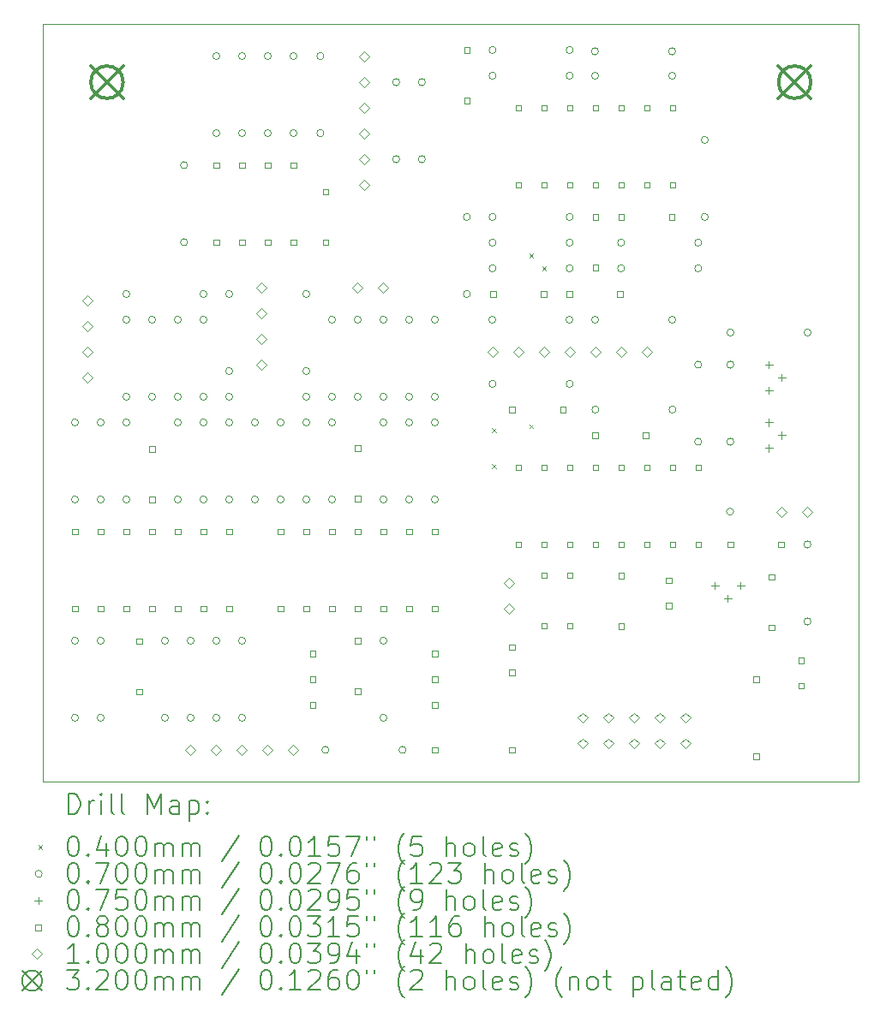
<source format=gbr>
%TF.GenerationSoftware,KiCad,Pcbnew,7.0.10*%
%TF.CreationDate,2025-02-21T10:20:16+00:00*%
%TF.ProjectId,VC_ADSR_D80-R,56435f41-4453-4525-9f44-38302d522e6b,rev?*%
%TF.SameCoordinates,Original*%
%TF.FileFunction,Drillmap*%
%TF.FilePolarity,Positive*%
%FSLAX45Y45*%
G04 Gerber Fmt 4.5, Leading zero omitted, Abs format (unit mm)*
G04 Created by KiCad (PCBNEW 7.0.10) date 2025-02-21 10:20:16*
%MOMM*%
%LPD*%
G01*
G04 APERTURE LIST*
%ADD10C,0.100000*%
%ADD11C,0.200000*%
%ADD12C,0.320000*%
G04 APERTURE END LIST*
D10*
X7429500Y-6604000D02*
X15494000Y-6604000D01*
X15494000Y-14097000D01*
X7429500Y-14097000D01*
X7429500Y-6604000D01*
D11*
D10*
X11867200Y-10597200D02*
X11907200Y-10637200D01*
X11907200Y-10597200D02*
X11867200Y-10637200D01*
X11867200Y-10952800D02*
X11907200Y-10992800D01*
X11907200Y-10952800D02*
X11867200Y-10992800D01*
X12235500Y-8870000D02*
X12275500Y-8910000D01*
X12275500Y-8870000D02*
X12235500Y-8910000D01*
X12235500Y-10559100D02*
X12275500Y-10599100D01*
X12275500Y-10559100D02*
X12235500Y-10599100D01*
X12362500Y-8997000D02*
X12402500Y-9037000D01*
X12402500Y-8997000D02*
X12362500Y-9037000D01*
X7782000Y-10541000D02*
G75*
G03*
X7712000Y-10541000I-35000J0D01*
G01*
X7712000Y-10541000D02*
G75*
G03*
X7782000Y-10541000I35000J0D01*
G01*
X7782000Y-11303000D02*
G75*
G03*
X7712000Y-11303000I-35000J0D01*
G01*
X7712000Y-11303000D02*
G75*
G03*
X7782000Y-11303000I35000J0D01*
G01*
X7782000Y-12700000D02*
G75*
G03*
X7712000Y-12700000I-35000J0D01*
G01*
X7712000Y-12700000D02*
G75*
G03*
X7782000Y-12700000I35000J0D01*
G01*
X7782000Y-13462000D02*
G75*
G03*
X7712000Y-13462000I-35000J0D01*
G01*
X7712000Y-13462000D02*
G75*
G03*
X7782000Y-13462000I35000J0D01*
G01*
X8036000Y-10541000D02*
G75*
G03*
X7966000Y-10541000I-35000J0D01*
G01*
X7966000Y-10541000D02*
G75*
G03*
X8036000Y-10541000I35000J0D01*
G01*
X8036000Y-11303000D02*
G75*
G03*
X7966000Y-11303000I-35000J0D01*
G01*
X7966000Y-11303000D02*
G75*
G03*
X8036000Y-11303000I35000J0D01*
G01*
X8036000Y-12700000D02*
G75*
G03*
X7966000Y-12700000I-35000J0D01*
G01*
X7966000Y-12700000D02*
G75*
G03*
X8036000Y-12700000I35000J0D01*
G01*
X8036000Y-13462000D02*
G75*
G03*
X7966000Y-13462000I-35000J0D01*
G01*
X7966000Y-13462000D02*
G75*
G03*
X8036000Y-13462000I35000J0D01*
G01*
X8290000Y-9271000D02*
G75*
G03*
X8220000Y-9271000I-35000J0D01*
G01*
X8220000Y-9271000D02*
G75*
G03*
X8290000Y-9271000I35000J0D01*
G01*
X8290000Y-9525000D02*
G75*
G03*
X8220000Y-9525000I-35000J0D01*
G01*
X8220000Y-9525000D02*
G75*
G03*
X8290000Y-9525000I35000J0D01*
G01*
X8290000Y-10287000D02*
G75*
G03*
X8220000Y-10287000I-35000J0D01*
G01*
X8220000Y-10287000D02*
G75*
G03*
X8290000Y-10287000I35000J0D01*
G01*
X8290000Y-10541000D02*
G75*
G03*
X8220000Y-10541000I-35000J0D01*
G01*
X8220000Y-10541000D02*
G75*
G03*
X8290000Y-10541000I35000J0D01*
G01*
X8290000Y-11303000D02*
G75*
G03*
X8220000Y-11303000I-35000J0D01*
G01*
X8220000Y-11303000D02*
G75*
G03*
X8290000Y-11303000I35000J0D01*
G01*
X8544000Y-9525000D02*
G75*
G03*
X8474000Y-9525000I-35000J0D01*
G01*
X8474000Y-9525000D02*
G75*
G03*
X8544000Y-9525000I35000J0D01*
G01*
X8544000Y-10287000D02*
G75*
G03*
X8474000Y-10287000I-35000J0D01*
G01*
X8474000Y-10287000D02*
G75*
G03*
X8544000Y-10287000I35000J0D01*
G01*
X8671000Y-12700000D02*
G75*
G03*
X8601000Y-12700000I-35000J0D01*
G01*
X8601000Y-12700000D02*
G75*
G03*
X8671000Y-12700000I35000J0D01*
G01*
X8671000Y-13462000D02*
G75*
G03*
X8601000Y-13462000I-35000J0D01*
G01*
X8601000Y-13462000D02*
G75*
G03*
X8671000Y-13462000I35000J0D01*
G01*
X8798000Y-9525000D02*
G75*
G03*
X8728000Y-9525000I-35000J0D01*
G01*
X8728000Y-9525000D02*
G75*
G03*
X8798000Y-9525000I35000J0D01*
G01*
X8798000Y-10287000D02*
G75*
G03*
X8728000Y-10287000I-35000J0D01*
G01*
X8728000Y-10287000D02*
G75*
G03*
X8798000Y-10287000I35000J0D01*
G01*
X8798000Y-10541000D02*
G75*
G03*
X8728000Y-10541000I-35000J0D01*
G01*
X8728000Y-10541000D02*
G75*
G03*
X8798000Y-10541000I35000J0D01*
G01*
X8798000Y-11303000D02*
G75*
G03*
X8728000Y-11303000I-35000J0D01*
G01*
X8728000Y-11303000D02*
G75*
G03*
X8798000Y-11303000I35000J0D01*
G01*
X8861500Y-7997000D02*
G75*
G03*
X8791500Y-7997000I-35000J0D01*
G01*
X8791500Y-7997000D02*
G75*
G03*
X8861500Y-7997000I35000J0D01*
G01*
X8861500Y-8759000D02*
G75*
G03*
X8791500Y-8759000I-35000J0D01*
G01*
X8791500Y-8759000D02*
G75*
G03*
X8861500Y-8759000I35000J0D01*
G01*
X8925000Y-12700000D02*
G75*
G03*
X8855000Y-12700000I-35000J0D01*
G01*
X8855000Y-12700000D02*
G75*
G03*
X8925000Y-12700000I35000J0D01*
G01*
X8925000Y-13462000D02*
G75*
G03*
X8855000Y-13462000I-35000J0D01*
G01*
X8855000Y-13462000D02*
G75*
G03*
X8925000Y-13462000I35000J0D01*
G01*
X9052000Y-9271000D02*
G75*
G03*
X8982000Y-9271000I-35000J0D01*
G01*
X8982000Y-9271000D02*
G75*
G03*
X9052000Y-9271000I35000J0D01*
G01*
X9052000Y-9525000D02*
G75*
G03*
X8982000Y-9525000I-35000J0D01*
G01*
X8982000Y-9525000D02*
G75*
G03*
X9052000Y-9525000I35000J0D01*
G01*
X9052000Y-10287000D02*
G75*
G03*
X8982000Y-10287000I-35000J0D01*
G01*
X8982000Y-10287000D02*
G75*
G03*
X9052000Y-10287000I35000J0D01*
G01*
X9052000Y-10541000D02*
G75*
G03*
X8982000Y-10541000I-35000J0D01*
G01*
X8982000Y-10541000D02*
G75*
G03*
X9052000Y-10541000I35000J0D01*
G01*
X9052000Y-11303000D02*
G75*
G03*
X8982000Y-11303000I-35000J0D01*
G01*
X8982000Y-11303000D02*
G75*
G03*
X9052000Y-11303000I35000J0D01*
G01*
X9179000Y-6917500D02*
G75*
G03*
X9109000Y-6917500I-35000J0D01*
G01*
X9109000Y-6917500D02*
G75*
G03*
X9179000Y-6917500I35000J0D01*
G01*
X9179000Y-7679500D02*
G75*
G03*
X9109000Y-7679500I-35000J0D01*
G01*
X9109000Y-7679500D02*
G75*
G03*
X9179000Y-7679500I35000J0D01*
G01*
X9179000Y-12700000D02*
G75*
G03*
X9109000Y-12700000I-35000J0D01*
G01*
X9109000Y-12700000D02*
G75*
G03*
X9179000Y-12700000I35000J0D01*
G01*
X9179000Y-13462000D02*
G75*
G03*
X9109000Y-13462000I-35000J0D01*
G01*
X9109000Y-13462000D02*
G75*
G03*
X9179000Y-13462000I35000J0D01*
G01*
X9306000Y-9271000D02*
G75*
G03*
X9236000Y-9271000I-35000J0D01*
G01*
X9236000Y-9271000D02*
G75*
G03*
X9306000Y-9271000I35000J0D01*
G01*
X9306000Y-10033000D02*
G75*
G03*
X9236000Y-10033000I-35000J0D01*
G01*
X9236000Y-10033000D02*
G75*
G03*
X9306000Y-10033000I35000J0D01*
G01*
X9306000Y-10287000D02*
G75*
G03*
X9236000Y-10287000I-35000J0D01*
G01*
X9236000Y-10287000D02*
G75*
G03*
X9306000Y-10287000I35000J0D01*
G01*
X9306000Y-10541000D02*
G75*
G03*
X9236000Y-10541000I-35000J0D01*
G01*
X9236000Y-10541000D02*
G75*
G03*
X9306000Y-10541000I35000J0D01*
G01*
X9306000Y-11303000D02*
G75*
G03*
X9236000Y-11303000I-35000J0D01*
G01*
X9236000Y-11303000D02*
G75*
G03*
X9306000Y-11303000I35000J0D01*
G01*
X9433000Y-6917500D02*
G75*
G03*
X9363000Y-6917500I-35000J0D01*
G01*
X9363000Y-6917500D02*
G75*
G03*
X9433000Y-6917500I35000J0D01*
G01*
X9433000Y-7679500D02*
G75*
G03*
X9363000Y-7679500I-35000J0D01*
G01*
X9363000Y-7679500D02*
G75*
G03*
X9433000Y-7679500I35000J0D01*
G01*
X9433000Y-12700000D02*
G75*
G03*
X9363000Y-12700000I-35000J0D01*
G01*
X9363000Y-12700000D02*
G75*
G03*
X9433000Y-12700000I35000J0D01*
G01*
X9433000Y-13462000D02*
G75*
G03*
X9363000Y-13462000I-35000J0D01*
G01*
X9363000Y-13462000D02*
G75*
G03*
X9433000Y-13462000I35000J0D01*
G01*
X9560000Y-10541000D02*
G75*
G03*
X9490000Y-10541000I-35000J0D01*
G01*
X9490000Y-10541000D02*
G75*
G03*
X9560000Y-10541000I35000J0D01*
G01*
X9560000Y-11303000D02*
G75*
G03*
X9490000Y-11303000I-35000J0D01*
G01*
X9490000Y-11303000D02*
G75*
G03*
X9560000Y-11303000I35000J0D01*
G01*
X9687000Y-6917500D02*
G75*
G03*
X9617000Y-6917500I-35000J0D01*
G01*
X9617000Y-6917500D02*
G75*
G03*
X9687000Y-6917500I35000J0D01*
G01*
X9687000Y-7679500D02*
G75*
G03*
X9617000Y-7679500I-35000J0D01*
G01*
X9617000Y-7679500D02*
G75*
G03*
X9687000Y-7679500I35000J0D01*
G01*
X9814000Y-10541000D02*
G75*
G03*
X9744000Y-10541000I-35000J0D01*
G01*
X9744000Y-10541000D02*
G75*
G03*
X9814000Y-10541000I35000J0D01*
G01*
X9814000Y-11303000D02*
G75*
G03*
X9744000Y-11303000I-35000J0D01*
G01*
X9744000Y-11303000D02*
G75*
G03*
X9814000Y-11303000I35000J0D01*
G01*
X9941000Y-6917500D02*
G75*
G03*
X9871000Y-6917500I-35000J0D01*
G01*
X9871000Y-6917500D02*
G75*
G03*
X9941000Y-6917500I35000J0D01*
G01*
X9941000Y-7679500D02*
G75*
G03*
X9871000Y-7679500I-35000J0D01*
G01*
X9871000Y-7679500D02*
G75*
G03*
X9941000Y-7679500I35000J0D01*
G01*
X10068000Y-9271000D02*
G75*
G03*
X9998000Y-9271000I-35000J0D01*
G01*
X9998000Y-9271000D02*
G75*
G03*
X10068000Y-9271000I35000J0D01*
G01*
X10068000Y-10033000D02*
G75*
G03*
X9998000Y-10033000I-35000J0D01*
G01*
X9998000Y-10033000D02*
G75*
G03*
X10068000Y-10033000I35000J0D01*
G01*
X10068000Y-10287000D02*
G75*
G03*
X9998000Y-10287000I-35000J0D01*
G01*
X9998000Y-10287000D02*
G75*
G03*
X10068000Y-10287000I35000J0D01*
G01*
X10068000Y-10541000D02*
G75*
G03*
X9998000Y-10541000I-35000J0D01*
G01*
X9998000Y-10541000D02*
G75*
G03*
X10068000Y-10541000I35000J0D01*
G01*
X10068000Y-11303000D02*
G75*
G03*
X9998000Y-11303000I-35000J0D01*
G01*
X9998000Y-11303000D02*
G75*
G03*
X10068000Y-11303000I35000J0D01*
G01*
X10207700Y-6917500D02*
G75*
G03*
X10137700Y-6917500I-35000J0D01*
G01*
X10137700Y-6917500D02*
G75*
G03*
X10207700Y-6917500I35000J0D01*
G01*
X10207700Y-7679500D02*
G75*
G03*
X10137700Y-7679500I-35000J0D01*
G01*
X10137700Y-7679500D02*
G75*
G03*
X10207700Y-7679500I35000J0D01*
G01*
X10258500Y-13779500D02*
G75*
G03*
X10188500Y-13779500I-35000J0D01*
G01*
X10188500Y-13779500D02*
G75*
G03*
X10258500Y-13779500I35000J0D01*
G01*
X10322000Y-9525000D02*
G75*
G03*
X10252000Y-9525000I-35000J0D01*
G01*
X10252000Y-9525000D02*
G75*
G03*
X10322000Y-9525000I35000J0D01*
G01*
X10322000Y-10287000D02*
G75*
G03*
X10252000Y-10287000I-35000J0D01*
G01*
X10252000Y-10287000D02*
G75*
G03*
X10322000Y-10287000I35000J0D01*
G01*
X10322000Y-10541000D02*
G75*
G03*
X10252000Y-10541000I-35000J0D01*
G01*
X10252000Y-10541000D02*
G75*
G03*
X10322000Y-10541000I35000J0D01*
G01*
X10322000Y-11303000D02*
G75*
G03*
X10252000Y-11303000I-35000J0D01*
G01*
X10252000Y-11303000D02*
G75*
G03*
X10322000Y-11303000I35000J0D01*
G01*
X10576000Y-9525000D02*
G75*
G03*
X10506000Y-9525000I-35000J0D01*
G01*
X10506000Y-9525000D02*
G75*
G03*
X10576000Y-9525000I35000J0D01*
G01*
X10576000Y-10287000D02*
G75*
G03*
X10506000Y-10287000I-35000J0D01*
G01*
X10506000Y-10287000D02*
G75*
G03*
X10576000Y-10287000I35000J0D01*
G01*
X10830000Y-9525000D02*
G75*
G03*
X10760000Y-9525000I-35000J0D01*
G01*
X10760000Y-9525000D02*
G75*
G03*
X10830000Y-9525000I35000J0D01*
G01*
X10830000Y-10287000D02*
G75*
G03*
X10760000Y-10287000I-35000J0D01*
G01*
X10760000Y-10287000D02*
G75*
G03*
X10830000Y-10287000I35000J0D01*
G01*
X10830000Y-10541000D02*
G75*
G03*
X10760000Y-10541000I-35000J0D01*
G01*
X10760000Y-10541000D02*
G75*
G03*
X10830000Y-10541000I35000J0D01*
G01*
X10830000Y-11303000D02*
G75*
G03*
X10760000Y-11303000I-35000J0D01*
G01*
X10760000Y-11303000D02*
G75*
G03*
X10830000Y-11303000I35000J0D01*
G01*
X10830000Y-12700000D02*
G75*
G03*
X10760000Y-12700000I-35000J0D01*
G01*
X10760000Y-12700000D02*
G75*
G03*
X10830000Y-12700000I35000J0D01*
G01*
X10830000Y-13462000D02*
G75*
G03*
X10760000Y-13462000I-35000J0D01*
G01*
X10760000Y-13462000D02*
G75*
G03*
X10830000Y-13462000I35000J0D01*
G01*
X10957000Y-7175500D02*
G75*
G03*
X10887000Y-7175500I-35000J0D01*
G01*
X10887000Y-7175500D02*
G75*
G03*
X10957000Y-7175500I35000J0D01*
G01*
X10957000Y-7937500D02*
G75*
G03*
X10887000Y-7937500I-35000J0D01*
G01*
X10887000Y-7937500D02*
G75*
G03*
X10957000Y-7937500I35000J0D01*
G01*
X11020500Y-13779500D02*
G75*
G03*
X10950500Y-13779500I-35000J0D01*
G01*
X10950500Y-13779500D02*
G75*
G03*
X11020500Y-13779500I35000J0D01*
G01*
X11084000Y-9525000D02*
G75*
G03*
X11014000Y-9525000I-35000J0D01*
G01*
X11014000Y-9525000D02*
G75*
G03*
X11084000Y-9525000I35000J0D01*
G01*
X11084000Y-10287000D02*
G75*
G03*
X11014000Y-10287000I-35000J0D01*
G01*
X11014000Y-10287000D02*
G75*
G03*
X11084000Y-10287000I35000J0D01*
G01*
X11084000Y-10541000D02*
G75*
G03*
X11014000Y-10541000I-35000J0D01*
G01*
X11014000Y-10541000D02*
G75*
G03*
X11084000Y-10541000I35000J0D01*
G01*
X11084000Y-11303000D02*
G75*
G03*
X11014000Y-11303000I-35000J0D01*
G01*
X11014000Y-11303000D02*
G75*
G03*
X11084000Y-11303000I35000J0D01*
G01*
X11211000Y-7175500D02*
G75*
G03*
X11141000Y-7175500I-35000J0D01*
G01*
X11141000Y-7175500D02*
G75*
G03*
X11211000Y-7175500I35000J0D01*
G01*
X11211000Y-7937500D02*
G75*
G03*
X11141000Y-7937500I-35000J0D01*
G01*
X11141000Y-7937500D02*
G75*
G03*
X11211000Y-7937500I35000J0D01*
G01*
X11338000Y-9525000D02*
G75*
G03*
X11268000Y-9525000I-35000J0D01*
G01*
X11268000Y-9525000D02*
G75*
G03*
X11338000Y-9525000I35000J0D01*
G01*
X11338000Y-10287000D02*
G75*
G03*
X11268000Y-10287000I-35000J0D01*
G01*
X11268000Y-10287000D02*
G75*
G03*
X11338000Y-10287000I35000J0D01*
G01*
X11338000Y-10541000D02*
G75*
G03*
X11268000Y-10541000I-35000J0D01*
G01*
X11268000Y-10541000D02*
G75*
G03*
X11338000Y-10541000I35000J0D01*
G01*
X11338000Y-11303000D02*
G75*
G03*
X11268000Y-11303000I-35000J0D01*
G01*
X11268000Y-11303000D02*
G75*
G03*
X11338000Y-11303000I35000J0D01*
G01*
X11655500Y-8509000D02*
G75*
G03*
X11585500Y-8509000I-35000J0D01*
G01*
X11585500Y-8509000D02*
G75*
G03*
X11655500Y-8509000I35000J0D01*
G01*
X11655500Y-9271000D02*
G75*
G03*
X11585500Y-9271000I-35000J0D01*
G01*
X11585500Y-9271000D02*
G75*
G03*
X11655500Y-9271000I35000J0D01*
G01*
X11905500Y-9525000D02*
G75*
G03*
X11835500Y-9525000I-35000J0D01*
G01*
X11835500Y-9525000D02*
G75*
G03*
X11905500Y-9525000I35000J0D01*
G01*
X11909500Y-6858000D02*
G75*
G03*
X11839500Y-6858000I-35000J0D01*
G01*
X11839500Y-6858000D02*
G75*
G03*
X11909500Y-6858000I35000J0D01*
G01*
X11909500Y-7112000D02*
G75*
G03*
X11839500Y-7112000I-35000J0D01*
G01*
X11839500Y-7112000D02*
G75*
G03*
X11909500Y-7112000I35000J0D01*
G01*
X11909500Y-8509000D02*
G75*
G03*
X11839500Y-8509000I-35000J0D01*
G01*
X11839500Y-8509000D02*
G75*
G03*
X11909500Y-8509000I35000J0D01*
G01*
X11909500Y-8763000D02*
G75*
G03*
X11839500Y-8763000I-35000J0D01*
G01*
X11839500Y-8763000D02*
G75*
G03*
X11909500Y-8763000I35000J0D01*
G01*
X11909500Y-9017000D02*
G75*
G03*
X11839500Y-9017000I-35000J0D01*
G01*
X11839500Y-9017000D02*
G75*
G03*
X11909500Y-9017000I35000J0D01*
G01*
X11909500Y-10160000D02*
G75*
G03*
X11839500Y-10160000I-35000J0D01*
G01*
X11839500Y-10160000D02*
G75*
G03*
X11909500Y-10160000I35000J0D01*
G01*
X12667500Y-9525000D02*
G75*
G03*
X12597500Y-9525000I-35000J0D01*
G01*
X12597500Y-9525000D02*
G75*
G03*
X12667500Y-9525000I35000J0D01*
G01*
X12671500Y-6858000D02*
G75*
G03*
X12601500Y-6858000I-35000J0D01*
G01*
X12601500Y-6858000D02*
G75*
G03*
X12671500Y-6858000I35000J0D01*
G01*
X12671500Y-7112000D02*
G75*
G03*
X12601500Y-7112000I-35000J0D01*
G01*
X12601500Y-7112000D02*
G75*
G03*
X12671500Y-7112000I35000J0D01*
G01*
X12671500Y-8509000D02*
G75*
G03*
X12601500Y-8509000I-35000J0D01*
G01*
X12601500Y-8509000D02*
G75*
G03*
X12671500Y-8509000I35000J0D01*
G01*
X12671500Y-8763000D02*
G75*
G03*
X12601500Y-8763000I-35000J0D01*
G01*
X12601500Y-8763000D02*
G75*
G03*
X12671500Y-8763000I35000J0D01*
G01*
X12671500Y-9017000D02*
G75*
G03*
X12601500Y-9017000I-35000J0D01*
G01*
X12601500Y-9017000D02*
G75*
G03*
X12671500Y-9017000I35000J0D01*
G01*
X12671500Y-10160000D02*
G75*
G03*
X12601500Y-10160000I-35000J0D01*
G01*
X12601500Y-10160000D02*
G75*
G03*
X12671500Y-10160000I35000J0D01*
G01*
X12921500Y-6870700D02*
G75*
G03*
X12851500Y-6870700I-35000J0D01*
G01*
X12851500Y-6870700D02*
G75*
G03*
X12921500Y-6870700I35000J0D01*
G01*
X12921500Y-7112000D02*
G75*
G03*
X12851500Y-7112000I-35000J0D01*
G01*
X12851500Y-7112000D02*
G75*
G03*
X12921500Y-7112000I35000J0D01*
G01*
X12921500Y-9525000D02*
G75*
G03*
X12851500Y-9525000I-35000J0D01*
G01*
X12851500Y-9525000D02*
G75*
G03*
X12921500Y-9525000I35000J0D01*
G01*
X12925500Y-10414000D02*
G75*
G03*
X12855500Y-10414000I-35000J0D01*
G01*
X12855500Y-10414000D02*
G75*
G03*
X12925500Y-10414000I35000J0D01*
G01*
X13179500Y-8763000D02*
G75*
G03*
X13109500Y-8763000I-35000J0D01*
G01*
X13109500Y-8763000D02*
G75*
G03*
X13179500Y-8763000I35000J0D01*
G01*
X13179500Y-9017000D02*
G75*
G03*
X13109500Y-9017000I-35000J0D01*
G01*
X13109500Y-9017000D02*
G75*
G03*
X13179500Y-9017000I35000J0D01*
G01*
X13683500Y-6870700D02*
G75*
G03*
X13613500Y-6870700I-35000J0D01*
G01*
X13613500Y-6870700D02*
G75*
G03*
X13683500Y-6870700I35000J0D01*
G01*
X13683500Y-7112000D02*
G75*
G03*
X13613500Y-7112000I-35000J0D01*
G01*
X13613500Y-7112000D02*
G75*
G03*
X13683500Y-7112000I35000J0D01*
G01*
X13683500Y-9525000D02*
G75*
G03*
X13613500Y-9525000I-35000J0D01*
G01*
X13613500Y-9525000D02*
G75*
G03*
X13683500Y-9525000I35000J0D01*
G01*
X13687500Y-10414000D02*
G75*
G03*
X13617500Y-10414000I-35000J0D01*
G01*
X13617500Y-10414000D02*
G75*
G03*
X13687500Y-10414000I35000J0D01*
G01*
X13941500Y-8763000D02*
G75*
G03*
X13871500Y-8763000I-35000J0D01*
G01*
X13871500Y-8763000D02*
G75*
G03*
X13941500Y-8763000I35000J0D01*
G01*
X13941500Y-9017000D02*
G75*
G03*
X13871500Y-9017000I-35000J0D01*
G01*
X13871500Y-9017000D02*
G75*
G03*
X13941500Y-9017000I35000J0D01*
G01*
X13941500Y-9969500D02*
G75*
G03*
X13871500Y-9969500I-35000J0D01*
G01*
X13871500Y-9969500D02*
G75*
G03*
X13941500Y-9969500I35000J0D01*
G01*
X13941500Y-10731500D02*
G75*
G03*
X13871500Y-10731500I-35000J0D01*
G01*
X13871500Y-10731500D02*
G75*
G03*
X13941500Y-10731500I35000J0D01*
G01*
X14005000Y-7747000D02*
G75*
G03*
X13935000Y-7747000I-35000J0D01*
G01*
X13935000Y-7747000D02*
G75*
G03*
X14005000Y-7747000I35000J0D01*
G01*
X14005000Y-8509000D02*
G75*
G03*
X13935000Y-8509000I-35000J0D01*
G01*
X13935000Y-8509000D02*
G75*
G03*
X14005000Y-8509000I35000J0D01*
G01*
X14256000Y-11424000D02*
G75*
G03*
X14186000Y-11424000I-35000J0D01*
G01*
X14186000Y-11424000D02*
G75*
G03*
X14256000Y-11424000I35000J0D01*
G01*
X14259000Y-9652000D02*
G75*
G03*
X14189000Y-9652000I-35000J0D01*
G01*
X14189000Y-9652000D02*
G75*
G03*
X14259000Y-9652000I35000J0D01*
G01*
X14259000Y-9969500D02*
G75*
G03*
X14189000Y-9969500I-35000J0D01*
G01*
X14189000Y-9969500D02*
G75*
G03*
X14259000Y-9969500I35000J0D01*
G01*
X14259000Y-10731500D02*
G75*
G03*
X14189000Y-10731500I-35000J0D01*
G01*
X14189000Y-10731500D02*
G75*
G03*
X14259000Y-10731500I35000J0D01*
G01*
X15021000Y-9652000D02*
G75*
G03*
X14951000Y-9652000I-35000J0D01*
G01*
X14951000Y-9652000D02*
G75*
G03*
X15021000Y-9652000I35000J0D01*
G01*
X15021000Y-11747500D02*
G75*
G03*
X14951000Y-11747500I-35000J0D01*
G01*
X14951000Y-11747500D02*
G75*
G03*
X15021000Y-11747500I35000J0D01*
G01*
X15021000Y-12509500D02*
G75*
G03*
X14951000Y-12509500I-35000J0D01*
G01*
X14951000Y-12509500D02*
G75*
G03*
X15021000Y-12509500I35000J0D01*
G01*
X14071600Y-12116400D02*
X14071600Y-12191400D01*
X14034100Y-12153900D02*
X14109100Y-12153900D01*
X14198600Y-12243400D02*
X14198600Y-12318400D01*
X14161100Y-12280900D02*
X14236100Y-12280900D01*
X14325600Y-12116400D02*
X14325600Y-12191400D01*
X14288100Y-12153900D02*
X14363100Y-12153900D01*
X14605000Y-9932000D02*
X14605000Y-10007000D01*
X14567500Y-9969500D02*
X14642500Y-9969500D01*
X14605000Y-10186000D02*
X14605000Y-10261000D01*
X14567500Y-10223500D02*
X14642500Y-10223500D01*
X14605000Y-10503500D02*
X14605000Y-10578500D01*
X14567500Y-10541000D02*
X14642500Y-10541000D01*
X14605000Y-10757500D02*
X14605000Y-10832500D01*
X14567500Y-10795000D02*
X14642500Y-10795000D01*
X14732000Y-10059000D02*
X14732000Y-10134000D01*
X14694500Y-10096500D02*
X14769500Y-10096500D01*
X14732000Y-10630500D02*
X14732000Y-10705500D01*
X14694500Y-10668000D02*
X14769500Y-10668000D01*
X7775284Y-11648784D02*
X7775284Y-11592215D01*
X7718715Y-11592215D01*
X7718715Y-11648784D01*
X7775284Y-11648784D01*
X7775284Y-12410784D02*
X7775284Y-12354215D01*
X7718715Y-12354215D01*
X7718715Y-12410784D01*
X7775284Y-12410784D01*
X8029284Y-11648784D02*
X8029284Y-11592215D01*
X7972715Y-11592215D01*
X7972715Y-11648784D01*
X8029284Y-11648784D01*
X8029284Y-12410784D02*
X8029284Y-12354215D01*
X7972715Y-12354215D01*
X7972715Y-12410784D01*
X8029284Y-12410784D01*
X8283284Y-11648784D02*
X8283284Y-11592215D01*
X8226715Y-11592215D01*
X8226715Y-11648784D01*
X8283284Y-11648784D01*
X8283284Y-12410784D02*
X8283284Y-12354215D01*
X8226715Y-12354215D01*
X8226715Y-12410784D01*
X8283284Y-12410784D01*
X8410285Y-12732284D02*
X8410285Y-12675715D01*
X8353715Y-12675715D01*
X8353715Y-12732284D01*
X8410285Y-12732284D01*
X8410285Y-13232284D02*
X8410285Y-13175715D01*
X8353715Y-13175715D01*
X8353715Y-13232284D01*
X8410285Y-13232284D01*
X8537285Y-10831285D02*
X8537285Y-10774716D01*
X8480716Y-10774716D01*
X8480716Y-10831285D01*
X8537285Y-10831285D01*
X8537285Y-11331284D02*
X8537285Y-11274715D01*
X8480716Y-11274715D01*
X8480716Y-11331284D01*
X8537285Y-11331284D01*
X8537285Y-11648784D02*
X8537285Y-11592215D01*
X8480716Y-11592215D01*
X8480716Y-11648784D01*
X8537285Y-11648784D01*
X8537285Y-12410784D02*
X8537285Y-12354215D01*
X8480716Y-12354215D01*
X8480716Y-12410784D01*
X8537285Y-12410784D01*
X8791285Y-11648784D02*
X8791285Y-11592215D01*
X8734716Y-11592215D01*
X8734716Y-11648784D01*
X8791285Y-11648784D01*
X8791285Y-12410784D02*
X8791285Y-12354215D01*
X8734716Y-12354215D01*
X8734716Y-12410784D01*
X8791285Y-12410784D01*
X9045285Y-11648784D02*
X9045285Y-11592215D01*
X8988716Y-11592215D01*
X8988716Y-11648784D01*
X9045285Y-11648784D01*
X9045285Y-12410784D02*
X9045285Y-12354215D01*
X8988716Y-12354215D01*
X8988716Y-12410784D01*
X9045285Y-12410784D01*
X9172285Y-8025284D02*
X9172285Y-7968715D01*
X9115716Y-7968715D01*
X9115716Y-8025284D01*
X9172285Y-8025284D01*
X9172285Y-8787285D02*
X9172285Y-8730716D01*
X9115716Y-8730716D01*
X9115716Y-8787285D01*
X9172285Y-8787285D01*
X9299285Y-11648784D02*
X9299285Y-11592215D01*
X9242716Y-11592215D01*
X9242716Y-11648784D01*
X9299285Y-11648784D01*
X9299285Y-12410784D02*
X9299285Y-12354215D01*
X9242716Y-12354215D01*
X9242716Y-12410784D01*
X9299285Y-12410784D01*
X9426285Y-8025284D02*
X9426285Y-7968715D01*
X9369716Y-7968715D01*
X9369716Y-8025284D01*
X9426285Y-8025284D01*
X9426285Y-8787285D02*
X9426285Y-8730716D01*
X9369716Y-8730716D01*
X9369716Y-8787285D01*
X9426285Y-8787285D01*
X9680285Y-8025284D02*
X9680285Y-7968715D01*
X9623716Y-7968715D01*
X9623716Y-8025284D01*
X9680285Y-8025284D01*
X9680285Y-8787285D02*
X9680285Y-8730716D01*
X9623716Y-8730716D01*
X9623716Y-8787285D01*
X9680285Y-8787285D01*
X9807285Y-11648784D02*
X9807285Y-11592215D01*
X9750716Y-11592215D01*
X9750716Y-11648784D01*
X9807285Y-11648784D01*
X9807285Y-12410784D02*
X9807285Y-12354215D01*
X9750716Y-12354215D01*
X9750716Y-12410784D01*
X9807285Y-12410784D01*
X9934285Y-8025284D02*
X9934285Y-7968715D01*
X9877716Y-7968715D01*
X9877716Y-8025284D01*
X9934285Y-8025284D01*
X9934285Y-8787285D02*
X9934285Y-8730716D01*
X9877716Y-8730716D01*
X9877716Y-8787285D01*
X9934285Y-8787285D01*
X10061285Y-11648784D02*
X10061285Y-11592215D01*
X10004716Y-11592215D01*
X10004716Y-11648784D01*
X10061285Y-11648784D01*
X10061285Y-12410784D02*
X10061285Y-12354215D01*
X10004716Y-12354215D01*
X10004716Y-12410784D01*
X10061285Y-12410784D01*
X10124785Y-12855284D02*
X10124785Y-12798715D01*
X10068216Y-12798715D01*
X10068216Y-12855284D01*
X10124785Y-12855284D01*
X10124785Y-13109284D02*
X10124785Y-13052715D01*
X10068216Y-13052715D01*
X10068216Y-13109284D01*
X10124785Y-13109284D01*
X10124785Y-13363284D02*
X10124785Y-13306715D01*
X10068216Y-13306715D01*
X10068216Y-13363284D01*
X10124785Y-13363284D01*
X10251785Y-8287284D02*
X10251785Y-8230715D01*
X10195216Y-8230715D01*
X10195216Y-8287284D01*
X10251785Y-8287284D01*
X10251785Y-8787285D02*
X10251785Y-8730716D01*
X10195216Y-8730716D01*
X10195216Y-8787285D01*
X10251785Y-8787285D01*
X10315285Y-11648784D02*
X10315285Y-11592215D01*
X10258716Y-11592215D01*
X10258716Y-11648784D01*
X10315285Y-11648784D01*
X10315285Y-12410784D02*
X10315285Y-12354215D01*
X10258716Y-12354215D01*
X10258716Y-12410784D01*
X10315285Y-12410784D01*
X10569285Y-10823285D02*
X10569285Y-10766716D01*
X10512716Y-10766716D01*
X10512716Y-10823285D01*
X10569285Y-10823285D01*
X10569285Y-11323284D02*
X10569285Y-11266715D01*
X10512716Y-11266715D01*
X10512716Y-11323284D01*
X10569285Y-11323284D01*
X10569285Y-11648784D02*
X10569285Y-11592215D01*
X10512716Y-11592215D01*
X10512716Y-11648784D01*
X10569285Y-11648784D01*
X10569285Y-12410784D02*
X10569285Y-12354215D01*
X10512716Y-12354215D01*
X10512716Y-12410784D01*
X10569285Y-12410784D01*
X10569285Y-12728284D02*
X10569285Y-12671715D01*
X10512716Y-12671715D01*
X10512716Y-12728284D01*
X10569285Y-12728284D01*
X10569285Y-13228284D02*
X10569285Y-13171715D01*
X10512716Y-13171715D01*
X10512716Y-13228284D01*
X10569285Y-13228284D01*
X10823285Y-11648784D02*
X10823285Y-11592215D01*
X10766716Y-11592215D01*
X10766716Y-11648784D01*
X10823285Y-11648784D01*
X10823285Y-12410784D02*
X10823285Y-12354215D01*
X10766716Y-12354215D01*
X10766716Y-12410784D01*
X10823285Y-12410784D01*
X11077285Y-11648784D02*
X11077285Y-11592215D01*
X11020716Y-11592215D01*
X11020716Y-11648784D01*
X11077285Y-11648784D01*
X11077285Y-12410784D02*
X11077285Y-12354215D01*
X11020716Y-12354215D01*
X11020716Y-12410784D01*
X11077285Y-12410784D01*
X11331284Y-11648784D02*
X11331284Y-11592215D01*
X11274715Y-11592215D01*
X11274715Y-11648784D01*
X11331284Y-11648784D01*
X11331284Y-12410784D02*
X11331284Y-12354215D01*
X11274715Y-12354215D01*
X11274715Y-12410784D01*
X11331284Y-12410784D01*
X11331284Y-12855284D02*
X11331284Y-12798715D01*
X11274715Y-12798715D01*
X11274715Y-12855284D01*
X11331284Y-12855284D01*
X11331284Y-13109284D02*
X11331284Y-13052715D01*
X11274715Y-13052715D01*
X11274715Y-13109284D01*
X11331284Y-13109284D01*
X11331284Y-13363284D02*
X11331284Y-13306715D01*
X11274715Y-13306715D01*
X11274715Y-13363284D01*
X11331284Y-13363284D01*
X11331284Y-13807784D02*
X11331284Y-13751215D01*
X11274715Y-13751215D01*
X11274715Y-13807784D01*
X11331284Y-13807784D01*
X11648784Y-6886284D02*
X11648784Y-6829715D01*
X11592215Y-6829715D01*
X11592215Y-6886284D01*
X11648784Y-6886284D01*
X11648784Y-7386284D02*
X11648784Y-7329715D01*
X11592215Y-7329715D01*
X11592215Y-7386284D01*
X11648784Y-7386284D01*
X11906784Y-9299285D02*
X11906784Y-9242716D01*
X11850215Y-9242716D01*
X11850215Y-9299285D01*
X11906784Y-9299285D01*
X12093284Y-12791784D02*
X12093284Y-12735215D01*
X12036715Y-12735215D01*
X12036715Y-12791784D01*
X12093284Y-12791784D01*
X12093284Y-13041784D02*
X12093284Y-12985215D01*
X12036715Y-12985215D01*
X12036715Y-13041784D01*
X12093284Y-13041784D01*
X12093284Y-13807784D02*
X12093284Y-13751215D01*
X12036715Y-13751215D01*
X12036715Y-13807784D01*
X12093284Y-13807784D01*
X12097284Y-10442285D02*
X12097284Y-10385716D01*
X12040715Y-10385716D01*
X12040715Y-10442285D01*
X12097284Y-10442285D01*
X12156784Y-7457784D02*
X12156784Y-7401215D01*
X12100215Y-7401215D01*
X12100215Y-7457784D01*
X12156784Y-7457784D01*
X12156784Y-8219784D02*
X12156784Y-8163215D01*
X12100215Y-8163215D01*
X12100215Y-8219784D01*
X12156784Y-8219784D01*
X12156784Y-11013785D02*
X12156784Y-10957216D01*
X12100215Y-10957216D01*
X12100215Y-11013785D01*
X12156784Y-11013785D01*
X12156784Y-11775784D02*
X12156784Y-11719215D01*
X12100215Y-11719215D01*
X12100215Y-11775784D01*
X12156784Y-11775784D01*
X12406784Y-9299285D02*
X12406784Y-9242716D01*
X12350215Y-9242716D01*
X12350215Y-9299285D01*
X12406784Y-9299285D01*
X12410784Y-7457784D02*
X12410784Y-7401215D01*
X12354215Y-7401215D01*
X12354215Y-7457784D01*
X12410784Y-7457784D01*
X12410784Y-8219784D02*
X12410784Y-8163215D01*
X12354215Y-8163215D01*
X12354215Y-8219784D01*
X12410784Y-8219784D01*
X12410784Y-11013785D02*
X12410784Y-10957216D01*
X12354215Y-10957216D01*
X12354215Y-11013785D01*
X12410784Y-11013785D01*
X12410784Y-11775784D02*
X12410784Y-11719215D01*
X12354215Y-11719215D01*
X12354215Y-11775784D01*
X12410784Y-11775784D01*
X12410784Y-12080584D02*
X12410784Y-12024015D01*
X12354215Y-12024015D01*
X12354215Y-12080584D01*
X12410784Y-12080584D01*
X12410784Y-12580584D02*
X12410784Y-12524015D01*
X12354215Y-12524015D01*
X12354215Y-12580584D01*
X12410784Y-12580584D01*
X12597284Y-10442285D02*
X12597284Y-10385716D01*
X12540715Y-10385716D01*
X12540715Y-10442285D01*
X12597284Y-10442285D01*
X12660784Y-9299285D02*
X12660784Y-9242716D01*
X12604215Y-9242716D01*
X12604215Y-9299285D01*
X12660784Y-9299285D01*
X12664784Y-7457784D02*
X12664784Y-7401215D01*
X12608215Y-7401215D01*
X12608215Y-7457784D01*
X12664784Y-7457784D01*
X12664784Y-8219784D02*
X12664784Y-8163215D01*
X12608215Y-8163215D01*
X12608215Y-8219784D01*
X12664784Y-8219784D01*
X12664784Y-11013785D02*
X12664784Y-10957216D01*
X12608215Y-10957216D01*
X12608215Y-11013785D01*
X12664784Y-11013785D01*
X12664784Y-11775784D02*
X12664784Y-11719215D01*
X12608215Y-11719215D01*
X12608215Y-11775784D01*
X12664784Y-11775784D01*
X12664784Y-12080584D02*
X12664784Y-12024015D01*
X12608215Y-12024015D01*
X12608215Y-12080584D01*
X12664784Y-12080584D01*
X12664784Y-12580584D02*
X12664784Y-12524015D01*
X12608215Y-12524015D01*
X12608215Y-12580584D01*
X12664784Y-12580584D01*
X12914084Y-10696285D02*
X12914084Y-10639716D01*
X12857515Y-10639716D01*
X12857515Y-10696285D01*
X12914084Y-10696285D01*
X12918784Y-7457784D02*
X12918784Y-7401215D01*
X12862215Y-7401215D01*
X12862215Y-7457784D01*
X12918784Y-7457784D01*
X12918784Y-8219784D02*
X12918784Y-8163215D01*
X12862215Y-8163215D01*
X12862215Y-8219784D01*
X12918784Y-8219784D01*
X12918784Y-8537285D02*
X12918784Y-8480716D01*
X12862215Y-8480716D01*
X12862215Y-8537285D01*
X12918784Y-8537285D01*
X12918784Y-9037285D02*
X12918784Y-8980716D01*
X12862215Y-8980716D01*
X12862215Y-9037285D01*
X12918784Y-9037285D01*
X12918784Y-11013785D02*
X12918784Y-10957216D01*
X12862215Y-10957216D01*
X12862215Y-11013785D01*
X12918784Y-11013785D01*
X12918784Y-11775784D02*
X12918784Y-11719215D01*
X12862215Y-11719215D01*
X12862215Y-11775784D01*
X12918784Y-11775784D01*
X13160784Y-9299285D02*
X13160784Y-9242716D01*
X13104215Y-9242716D01*
X13104215Y-9299285D01*
X13160784Y-9299285D01*
X13172784Y-7457784D02*
X13172784Y-7401215D01*
X13116215Y-7401215D01*
X13116215Y-7457784D01*
X13172784Y-7457784D01*
X13172784Y-8219784D02*
X13172784Y-8163215D01*
X13116215Y-8163215D01*
X13116215Y-8219784D01*
X13172784Y-8219784D01*
X13172784Y-8537285D02*
X13172784Y-8480716D01*
X13116215Y-8480716D01*
X13116215Y-8537285D01*
X13172784Y-8537285D01*
X13172784Y-11013785D02*
X13172784Y-10957216D01*
X13116215Y-10957216D01*
X13116215Y-11013785D01*
X13172784Y-11013785D01*
X13172784Y-11775784D02*
X13172784Y-11719215D01*
X13116215Y-11719215D01*
X13116215Y-11775784D01*
X13172784Y-11775784D01*
X13172784Y-12084584D02*
X13172784Y-12028015D01*
X13116215Y-12028015D01*
X13116215Y-12084584D01*
X13172784Y-12084584D01*
X13172784Y-12584584D02*
X13172784Y-12528015D01*
X13116215Y-12528015D01*
X13116215Y-12584584D01*
X13172784Y-12584584D01*
X13414084Y-10696285D02*
X13414084Y-10639716D01*
X13357515Y-10639716D01*
X13357515Y-10696285D01*
X13414084Y-10696285D01*
X13426784Y-7457784D02*
X13426784Y-7401215D01*
X13370215Y-7401215D01*
X13370215Y-7457784D01*
X13426784Y-7457784D01*
X13426784Y-8219784D02*
X13426784Y-8163215D01*
X13370215Y-8163215D01*
X13370215Y-8219784D01*
X13426784Y-8219784D01*
X13426784Y-11013785D02*
X13426784Y-10957216D01*
X13370215Y-10957216D01*
X13370215Y-11013785D01*
X13426784Y-11013785D01*
X13426784Y-11775784D02*
X13426784Y-11719215D01*
X13370215Y-11719215D01*
X13370215Y-11775784D01*
X13426784Y-11775784D01*
X13642684Y-12131384D02*
X13642684Y-12074815D01*
X13586115Y-12074815D01*
X13586115Y-12131384D01*
X13642684Y-12131384D01*
X13642684Y-12381384D02*
X13642684Y-12324815D01*
X13586115Y-12324815D01*
X13586115Y-12381384D01*
X13642684Y-12381384D01*
X13672784Y-8537285D02*
X13672784Y-8480716D01*
X13616215Y-8480716D01*
X13616215Y-8537285D01*
X13672784Y-8537285D01*
X13680784Y-7457784D02*
X13680784Y-7401215D01*
X13624215Y-7401215D01*
X13624215Y-7457784D01*
X13680784Y-7457784D01*
X13680784Y-8219784D02*
X13680784Y-8163215D01*
X13624215Y-8163215D01*
X13624215Y-8219784D01*
X13680784Y-8219784D01*
X13680784Y-11013785D02*
X13680784Y-10957216D01*
X13624215Y-10957216D01*
X13624215Y-11013785D01*
X13680784Y-11013785D01*
X13680784Y-11775784D02*
X13680784Y-11719215D01*
X13624215Y-11719215D01*
X13624215Y-11775784D01*
X13680784Y-11775784D01*
X13934784Y-11013785D02*
X13934784Y-10957216D01*
X13878215Y-10957216D01*
X13878215Y-11013785D01*
X13934784Y-11013785D01*
X13934784Y-11775784D02*
X13934784Y-11719215D01*
X13878215Y-11719215D01*
X13878215Y-11775784D01*
X13934784Y-11775784D01*
X14252284Y-11775784D02*
X14252284Y-11719215D01*
X14195715Y-11719215D01*
X14195715Y-11775784D01*
X14252284Y-11775784D01*
X14506284Y-13109284D02*
X14506284Y-13052715D01*
X14449715Y-13052715D01*
X14449715Y-13109284D01*
X14506284Y-13109284D01*
X14506284Y-13871284D02*
X14506284Y-13814715D01*
X14449715Y-13814715D01*
X14449715Y-13871284D01*
X14506284Y-13871284D01*
X14658684Y-12097284D02*
X14658684Y-12040715D01*
X14602115Y-12040715D01*
X14602115Y-12097284D01*
X14658684Y-12097284D01*
X14658684Y-12597284D02*
X14658684Y-12540715D01*
X14602115Y-12540715D01*
X14602115Y-12597284D01*
X14658684Y-12597284D01*
X14752284Y-11775784D02*
X14752284Y-11719215D01*
X14695715Y-11719215D01*
X14695715Y-11775784D01*
X14752284Y-11775784D01*
X14950784Y-12922784D02*
X14950784Y-12866215D01*
X14894215Y-12866215D01*
X14894215Y-12922784D01*
X14950784Y-12922784D01*
X14950784Y-13172784D02*
X14950784Y-13116215D01*
X14894215Y-13116215D01*
X14894215Y-13172784D01*
X14950784Y-13172784D01*
X7874000Y-9384500D02*
X7924000Y-9334500D01*
X7874000Y-9284500D01*
X7824000Y-9334500D01*
X7874000Y-9384500D01*
X7874000Y-9638500D02*
X7924000Y-9588500D01*
X7874000Y-9538500D01*
X7824000Y-9588500D01*
X7874000Y-9638500D01*
X7874000Y-9892500D02*
X7924000Y-9842500D01*
X7874000Y-9792500D01*
X7824000Y-9842500D01*
X7874000Y-9892500D01*
X7874000Y-10146500D02*
X7924000Y-10096500D01*
X7874000Y-10046500D01*
X7824000Y-10096500D01*
X7874000Y-10146500D01*
X8890000Y-13829500D02*
X8940000Y-13779500D01*
X8890000Y-13729500D01*
X8840000Y-13779500D01*
X8890000Y-13829500D01*
X9144000Y-13829500D02*
X9194000Y-13779500D01*
X9144000Y-13729500D01*
X9094000Y-13779500D01*
X9144000Y-13829500D01*
X9398000Y-13829500D02*
X9448000Y-13779500D01*
X9398000Y-13729500D01*
X9348000Y-13779500D01*
X9398000Y-13829500D01*
X9589500Y-9257500D02*
X9639500Y-9207500D01*
X9589500Y-9157500D01*
X9539500Y-9207500D01*
X9589500Y-9257500D01*
X9589500Y-9511500D02*
X9639500Y-9461500D01*
X9589500Y-9411500D01*
X9539500Y-9461500D01*
X9589500Y-9511500D01*
X9589500Y-9765500D02*
X9639500Y-9715500D01*
X9589500Y-9665500D01*
X9539500Y-9715500D01*
X9589500Y-9765500D01*
X9589500Y-10019500D02*
X9639500Y-9969500D01*
X9589500Y-9919500D01*
X9539500Y-9969500D01*
X9589500Y-10019500D01*
X9652000Y-13829500D02*
X9702000Y-13779500D01*
X9652000Y-13729500D01*
X9602000Y-13779500D01*
X9652000Y-13829500D01*
X9906000Y-13829500D02*
X9956000Y-13779500D01*
X9906000Y-13729500D01*
X9856000Y-13779500D01*
X9906000Y-13829500D01*
X10541000Y-9257500D02*
X10591000Y-9207500D01*
X10541000Y-9157500D01*
X10491000Y-9207500D01*
X10541000Y-9257500D01*
X10604500Y-6971500D02*
X10654500Y-6921500D01*
X10604500Y-6871500D01*
X10554500Y-6921500D01*
X10604500Y-6971500D01*
X10604500Y-7225500D02*
X10654500Y-7175500D01*
X10604500Y-7125500D01*
X10554500Y-7175500D01*
X10604500Y-7225500D01*
X10604500Y-7479500D02*
X10654500Y-7429500D01*
X10604500Y-7379500D01*
X10554500Y-7429500D01*
X10604500Y-7479500D01*
X10604500Y-7733500D02*
X10654500Y-7683500D01*
X10604500Y-7633500D01*
X10554500Y-7683500D01*
X10604500Y-7733500D01*
X10604500Y-7987500D02*
X10654500Y-7937500D01*
X10604500Y-7887500D01*
X10554500Y-7937500D01*
X10604500Y-7987500D01*
X10604500Y-8241500D02*
X10654500Y-8191500D01*
X10604500Y-8141500D01*
X10554500Y-8191500D01*
X10604500Y-8241500D01*
X10795000Y-9257500D02*
X10845000Y-9207500D01*
X10795000Y-9157500D01*
X10745000Y-9207500D01*
X10795000Y-9257500D01*
X11874500Y-9892500D02*
X11924500Y-9842500D01*
X11874500Y-9792500D01*
X11824500Y-9842500D01*
X11874500Y-9892500D01*
X12039600Y-12178000D02*
X12089600Y-12128000D01*
X12039600Y-12078000D01*
X11989600Y-12128000D01*
X12039600Y-12178000D01*
X12039600Y-12432000D02*
X12089600Y-12382000D01*
X12039600Y-12332000D01*
X11989600Y-12382000D01*
X12039600Y-12432000D01*
X12128500Y-9892500D02*
X12178500Y-9842500D01*
X12128500Y-9792500D01*
X12078500Y-9842500D01*
X12128500Y-9892500D01*
X12382500Y-9892500D02*
X12432500Y-9842500D01*
X12382500Y-9792500D01*
X12332500Y-9842500D01*
X12382500Y-9892500D01*
X12636500Y-9892500D02*
X12686500Y-9842500D01*
X12636500Y-9792500D01*
X12586500Y-9842500D01*
X12636500Y-9892500D01*
X12763500Y-13512000D02*
X12813500Y-13462000D01*
X12763500Y-13412000D01*
X12713500Y-13462000D01*
X12763500Y-13512000D01*
X12763500Y-13766000D02*
X12813500Y-13716000D01*
X12763500Y-13666000D01*
X12713500Y-13716000D01*
X12763500Y-13766000D01*
X12890500Y-9892500D02*
X12940500Y-9842500D01*
X12890500Y-9792500D01*
X12840500Y-9842500D01*
X12890500Y-9892500D01*
X13017500Y-13512000D02*
X13067500Y-13462000D01*
X13017500Y-13412000D01*
X12967500Y-13462000D01*
X13017500Y-13512000D01*
X13017500Y-13766000D02*
X13067500Y-13716000D01*
X13017500Y-13666000D01*
X12967500Y-13716000D01*
X13017500Y-13766000D01*
X13144500Y-9892500D02*
X13194500Y-9842500D01*
X13144500Y-9792500D01*
X13094500Y-9842500D01*
X13144500Y-9892500D01*
X13271500Y-13512000D02*
X13321500Y-13462000D01*
X13271500Y-13412000D01*
X13221500Y-13462000D01*
X13271500Y-13512000D01*
X13271500Y-13766000D02*
X13321500Y-13716000D01*
X13271500Y-13666000D01*
X13221500Y-13716000D01*
X13271500Y-13766000D01*
X13398500Y-9892500D02*
X13448500Y-9842500D01*
X13398500Y-9792500D01*
X13348500Y-9842500D01*
X13398500Y-9892500D01*
X13525500Y-13512000D02*
X13575500Y-13462000D01*
X13525500Y-13412000D01*
X13475500Y-13462000D01*
X13525500Y-13512000D01*
X13525500Y-13766000D02*
X13575500Y-13716000D01*
X13525500Y-13666000D01*
X13475500Y-13716000D01*
X13525500Y-13766000D01*
X13779500Y-13512000D02*
X13829500Y-13462000D01*
X13779500Y-13412000D01*
X13729500Y-13462000D01*
X13779500Y-13512000D01*
X13779500Y-13766000D02*
X13829500Y-13716000D01*
X13779500Y-13666000D01*
X13729500Y-13716000D01*
X13779500Y-13766000D01*
X14732000Y-11474000D02*
X14782000Y-11424000D01*
X14732000Y-11374000D01*
X14682000Y-11424000D01*
X14732000Y-11474000D01*
X14986000Y-11474000D02*
X15036000Y-11424000D01*
X14986000Y-11374000D01*
X14936000Y-11424000D01*
X14986000Y-11474000D01*
D12*
X7904500Y-7015500D02*
X8224500Y-7335500D01*
X8224500Y-7015500D02*
X7904500Y-7335500D01*
X8224500Y-7175500D02*
G75*
G03*
X7904500Y-7175500I-160000J0D01*
G01*
X7904500Y-7175500D02*
G75*
G03*
X8224500Y-7175500I160000J0D01*
G01*
X14699000Y-7015500D02*
X15019000Y-7335500D01*
X15019000Y-7015500D02*
X14699000Y-7335500D01*
X15019000Y-7175500D02*
G75*
G03*
X14699000Y-7175500I-160000J0D01*
G01*
X14699000Y-7175500D02*
G75*
G03*
X15019000Y-7175500I160000J0D01*
G01*
D11*
X7685277Y-14413484D02*
X7685277Y-14213484D01*
X7685277Y-14213484D02*
X7732896Y-14213484D01*
X7732896Y-14213484D02*
X7761467Y-14223008D01*
X7761467Y-14223008D02*
X7780515Y-14242055D01*
X7780515Y-14242055D02*
X7790039Y-14261103D01*
X7790039Y-14261103D02*
X7799562Y-14299198D01*
X7799562Y-14299198D02*
X7799562Y-14327769D01*
X7799562Y-14327769D02*
X7790039Y-14365865D01*
X7790039Y-14365865D02*
X7780515Y-14384912D01*
X7780515Y-14384912D02*
X7761467Y-14403960D01*
X7761467Y-14403960D02*
X7732896Y-14413484D01*
X7732896Y-14413484D02*
X7685277Y-14413484D01*
X7885277Y-14413484D02*
X7885277Y-14280150D01*
X7885277Y-14318246D02*
X7894801Y-14299198D01*
X7894801Y-14299198D02*
X7904324Y-14289674D01*
X7904324Y-14289674D02*
X7923372Y-14280150D01*
X7923372Y-14280150D02*
X7942420Y-14280150D01*
X8009086Y-14413484D02*
X8009086Y-14280150D01*
X8009086Y-14213484D02*
X7999562Y-14223008D01*
X7999562Y-14223008D02*
X8009086Y-14232531D01*
X8009086Y-14232531D02*
X8018610Y-14223008D01*
X8018610Y-14223008D02*
X8009086Y-14213484D01*
X8009086Y-14213484D02*
X8009086Y-14232531D01*
X8132896Y-14413484D02*
X8113848Y-14403960D01*
X8113848Y-14403960D02*
X8104324Y-14384912D01*
X8104324Y-14384912D02*
X8104324Y-14213484D01*
X8237658Y-14413484D02*
X8218610Y-14403960D01*
X8218610Y-14403960D02*
X8209086Y-14384912D01*
X8209086Y-14384912D02*
X8209086Y-14213484D01*
X8466229Y-14413484D02*
X8466229Y-14213484D01*
X8466229Y-14213484D02*
X8532896Y-14356341D01*
X8532896Y-14356341D02*
X8599563Y-14213484D01*
X8599563Y-14213484D02*
X8599563Y-14413484D01*
X8780515Y-14413484D02*
X8780515Y-14308722D01*
X8780515Y-14308722D02*
X8770991Y-14289674D01*
X8770991Y-14289674D02*
X8751944Y-14280150D01*
X8751944Y-14280150D02*
X8713848Y-14280150D01*
X8713848Y-14280150D02*
X8694801Y-14289674D01*
X8780515Y-14403960D02*
X8761467Y-14413484D01*
X8761467Y-14413484D02*
X8713848Y-14413484D01*
X8713848Y-14413484D02*
X8694801Y-14403960D01*
X8694801Y-14403960D02*
X8685277Y-14384912D01*
X8685277Y-14384912D02*
X8685277Y-14365865D01*
X8685277Y-14365865D02*
X8694801Y-14346817D01*
X8694801Y-14346817D02*
X8713848Y-14337293D01*
X8713848Y-14337293D02*
X8761467Y-14337293D01*
X8761467Y-14337293D02*
X8780515Y-14327769D01*
X8875753Y-14280150D02*
X8875753Y-14480150D01*
X8875753Y-14289674D02*
X8894801Y-14280150D01*
X8894801Y-14280150D02*
X8932896Y-14280150D01*
X8932896Y-14280150D02*
X8951944Y-14289674D01*
X8951944Y-14289674D02*
X8961467Y-14299198D01*
X8961467Y-14299198D02*
X8970991Y-14318246D01*
X8970991Y-14318246D02*
X8970991Y-14375388D01*
X8970991Y-14375388D02*
X8961467Y-14394436D01*
X8961467Y-14394436D02*
X8951944Y-14403960D01*
X8951944Y-14403960D02*
X8932896Y-14413484D01*
X8932896Y-14413484D02*
X8894801Y-14413484D01*
X8894801Y-14413484D02*
X8875753Y-14403960D01*
X9056705Y-14394436D02*
X9066229Y-14403960D01*
X9066229Y-14403960D02*
X9056705Y-14413484D01*
X9056705Y-14413484D02*
X9047182Y-14403960D01*
X9047182Y-14403960D02*
X9056705Y-14394436D01*
X9056705Y-14394436D02*
X9056705Y-14413484D01*
X9056705Y-14289674D02*
X9066229Y-14299198D01*
X9066229Y-14299198D02*
X9056705Y-14308722D01*
X9056705Y-14308722D02*
X9047182Y-14299198D01*
X9047182Y-14299198D02*
X9056705Y-14289674D01*
X9056705Y-14289674D02*
X9056705Y-14308722D01*
D10*
X7384500Y-14722000D02*
X7424500Y-14762000D01*
X7424500Y-14722000D02*
X7384500Y-14762000D01*
D11*
X7723372Y-14633484D02*
X7742420Y-14633484D01*
X7742420Y-14633484D02*
X7761467Y-14643008D01*
X7761467Y-14643008D02*
X7770991Y-14652531D01*
X7770991Y-14652531D02*
X7780515Y-14671579D01*
X7780515Y-14671579D02*
X7790039Y-14709674D01*
X7790039Y-14709674D02*
X7790039Y-14757293D01*
X7790039Y-14757293D02*
X7780515Y-14795388D01*
X7780515Y-14795388D02*
X7770991Y-14814436D01*
X7770991Y-14814436D02*
X7761467Y-14823960D01*
X7761467Y-14823960D02*
X7742420Y-14833484D01*
X7742420Y-14833484D02*
X7723372Y-14833484D01*
X7723372Y-14833484D02*
X7704324Y-14823960D01*
X7704324Y-14823960D02*
X7694801Y-14814436D01*
X7694801Y-14814436D02*
X7685277Y-14795388D01*
X7685277Y-14795388D02*
X7675753Y-14757293D01*
X7675753Y-14757293D02*
X7675753Y-14709674D01*
X7675753Y-14709674D02*
X7685277Y-14671579D01*
X7685277Y-14671579D02*
X7694801Y-14652531D01*
X7694801Y-14652531D02*
X7704324Y-14643008D01*
X7704324Y-14643008D02*
X7723372Y-14633484D01*
X7875753Y-14814436D02*
X7885277Y-14823960D01*
X7885277Y-14823960D02*
X7875753Y-14833484D01*
X7875753Y-14833484D02*
X7866229Y-14823960D01*
X7866229Y-14823960D02*
X7875753Y-14814436D01*
X7875753Y-14814436D02*
X7875753Y-14833484D01*
X8056705Y-14700150D02*
X8056705Y-14833484D01*
X8009086Y-14623960D02*
X7961467Y-14766817D01*
X7961467Y-14766817D02*
X8085277Y-14766817D01*
X8199562Y-14633484D02*
X8218610Y-14633484D01*
X8218610Y-14633484D02*
X8237658Y-14643008D01*
X8237658Y-14643008D02*
X8247182Y-14652531D01*
X8247182Y-14652531D02*
X8256705Y-14671579D01*
X8256705Y-14671579D02*
X8266229Y-14709674D01*
X8266229Y-14709674D02*
X8266229Y-14757293D01*
X8266229Y-14757293D02*
X8256705Y-14795388D01*
X8256705Y-14795388D02*
X8247182Y-14814436D01*
X8247182Y-14814436D02*
X8237658Y-14823960D01*
X8237658Y-14823960D02*
X8218610Y-14833484D01*
X8218610Y-14833484D02*
X8199562Y-14833484D01*
X8199562Y-14833484D02*
X8180515Y-14823960D01*
X8180515Y-14823960D02*
X8170991Y-14814436D01*
X8170991Y-14814436D02*
X8161467Y-14795388D01*
X8161467Y-14795388D02*
X8151943Y-14757293D01*
X8151943Y-14757293D02*
X8151943Y-14709674D01*
X8151943Y-14709674D02*
X8161467Y-14671579D01*
X8161467Y-14671579D02*
X8170991Y-14652531D01*
X8170991Y-14652531D02*
X8180515Y-14643008D01*
X8180515Y-14643008D02*
X8199562Y-14633484D01*
X8390039Y-14633484D02*
X8409086Y-14633484D01*
X8409086Y-14633484D02*
X8428134Y-14643008D01*
X8428134Y-14643008D02*
X8437658Y-14652531D01*
X8437658Y-14652531D02*
X8447182Y-14671579D01*
X8447182Y-14671579D02*
X8456705Y-14709674D01*
X8456705Y-14709674D02*
X8456705Y-14757293D01*
X8456705Y-14757293D02*
X8447182Y-14795388D01*
X8447182Y-14795388D02*
X8437658Y-14814436D01*
X8437658Y-14814436D02*
X8428134Y-14823960D01*
X8428134Y-14823960D02*
X8409086Y-14833484D01*
X8409086Y-14833484D02*
X8390039Y-14833484D01*
X8390039Y-14833484D02*
X8370991Y-14823960D01*
X8370991Y-14823960D02*
X8361467Y-14814436D01*
X8361467Y-14814436D02*
X8351943Y-14795388D01*
X8351943Y-14795388D02*
X8342420Y-14757293D01*
X8342420Y-14757293D02*
X8342420Y-14709674D01*
X8342420Y-14709674D02*
X8351943Y-14671579D01*
X8351943Y-14671579D02*
X8361467Y-14652531D01*
X8361467Y-14652531D02*
X8370991Y-14643008D01*
X8370991Y-14643008D02*
X8390039Y-14633484D01*
X8542420Y-14833484D02*
X8542420Y-14700150D01*
X8542420Y-14719198D02*
X8551944Y-14709674D01*
X8551944Y-14709674D02*
X8570991Y-14700150D01*
X8570991Y-14700150D02*
X8599563Y-14700150D01*
X8599563Y-14700150D02*
X8618610Y-14709674D01*
X8618610Y-14709674D02*
X8628134Y-14728722D01*
X8628134Y-14728722D02*
X8628134Y-14833484D01*
X8628134Y-14728722D02*
X8637658Y-14709674D01*
X8637658Y-14709674D02*
X8656705Y-14700150D01*
X8656705Y-14700150D02*
X8685277Y-14700150D01*
X8685277Y-14700150D02*
X8704325Y-14709674D01*
X8704325Y-14709674D02*
X8713848Y-14728722D01*
X8713848Y-14728722D02*
X8713848Y-14833484D01*
X8809086Y-14833484D02*
X8809086Y-14700150D01*
X8809086Y-14719198D02*
X8818610Y-14709674D01*
X8818610Y-14709674D02*
X8837658Y-14700150D01*
X8837658Y-14700150D02*
X8866229Y-14700150D01*
X8866229Y-14700150D02*
X8885277Y-14709674D01*
X8885277Y-14709674D02*
X8894801Y-14728722D01*
X8894801Y-14728722D02*
X8894801Y-14833484D01*
X8894801Y-14728722D02*
X8904325Y-14709674D01*
X8904325Y-14709674D02*
X8923372Y-14700150D01*
X8923372Y-14700150D02*
X8951944Y-14700150D01*
X8951944Y-14700150D02*
X8970991Y-14709674D01*
X8970991Y-14709674D02*
X8980515Y-14728722D01*
X8980515Y-14728722D02*
X8980515Y-14833484D01*
X9370991Y-14623960D02*
X9199563Y-14881103D01*
X9628134Y-14633484D02*
X9647182Y-14633484D01*
X9647182Y-14633484D02*
X9666229Y-14643008D01*
X9666229Y-14643008D02*
X9675753Y-14652531D01*
X9675753Y-14652531D02*
X9685277Y-14671579D01*
X9685277Y-14671579D02*
X9694801Y-14709674D01*
X9694801Y-14709674D02*
X9694801Y-14757293D01*
X9694801Y-14757293D02*
X9685277Y-14795388D01*
X9685277Y-14795388D02*
X9675753Y-14814436D01*
X9675753Y-14814436D02*
X9666229Y-14823960D01*
X9666229Y-14823960D02*
X9647182Y-14833484D01*
X9647182Y-14833484D02*
X9628134Y-14833484D01*
X9628134Y-14833484D02*
X9609087Y-14823960D01*
X9609087Y-14823960D02*
X9599563Y-14814436D01*
X9599563Y-14814436D02*
X9590039Y-14795388D01*
X9590039Y-14795388D02*
X9580515Y-14757293D01*
X9580515Y-14757293D02*
X9580515Y-14709674D01*
X9580515Y-14709674D02*
X9590039Y-14671579D01*
X9590039Y-14671579D02*
X9599563Y-14652531D01*
X9599563Y-14652531D02*
X9609087Y-14643008D01*
X9609087Y-14643008D02*
X9628134Y-14633484D01*
X9780515Y-14814436D02*
X9790039Y-14823960D01*
X9790039Y-14823960D02*
X9780515Y-14833484D01*
X9780515Y-14833484D02*
X9770991Y-14823960D01*
X9770991Y-14823960D02*
X9780515Y-14814436D01*
X9780515Y-14814436D02*
X9780515Y-14833484D01*
X9913848Y-14633484D02*
X9932896Y-14633484D01*
X9932896Y-14633484D02*
X9951944Y-14643008D01*
X9951944Y-14643008D02*
X9961468Y-14652531D01*
X9961468Y-14652531D02*
X9970991Y-14671579D01*
X9970991Y-14671579D02*
X9980515Y-14709674D01*
X9980515Y-14709674D02*
X9980515Y-14757293D01*
X9980515Y-14757293D02*
X9970991Y-14795388D01*
X9970991Y-14795388D02*
X9961468Y-14814436D01*
X9961468Y-14814436D02*
X9951944Y-14823960D01*
X9951944Y-14823960D02*
X9932896Y-14833484D01*
X9932896Y-14833484D02*
X9913848Y-14833484D01*
X9913848Y-14833484D02*
X9894801Y-14823960D01*
X9894801Y-14823960D02*
X9885277Y-14814436D01*
X9885277Y-14814436D02*
X9875753Y-14795388D01*
X9875753Y-14795388D02*
X9866229Y-14757293D01*
X9866229Y-14757293D02*
X9866229Y-14709674D01*
X9866229Y-14709674D02*
X9875753Y-14671579D01*
X9875753Y-14671579D02*
X9885277Y-14652531D01*
X9885277Y-14652531D02*
X9894801Y-14643008D01*
X9894801Y-14643008D02*
X9913848Y-14633484D01*
X10170991Y-14833484D02*
X10056706Y-14833484D01*
X10113848Y-14833484D02*
X10113848Y-14633484D01*
X10113848Y-14633484D02*
X10094801Y-14662055D01*
X10094801Y-14662055D02*
X10075753Y-14681103D01*
X10075753Y-14681103D02*
X10056706Y-14690627D01*
X10351944Y-14633484D02*
X10256706Y-14633484D01*
X10256706Y-14633484D02*
X10247182Y-14728722D01*
X10247182Y-14728722D02*
X10256706Y-14719198D01*
X10256706Y-14719198D02*
X10275753Y-14709674D01*
X10275753Y-14709674D02*
X10323372Y-14709674D01*
X10323372Y-14709674D02*
X10342420Y-14719198D01*
X10342420Y-14719198D02*
X10351944Y-14728722D01*
X10351944Y-14728722D02*
X10361468Y-14747769D01*
X10361468Y-14747769D02*
X10361468Y-14795388D01*
X10361468Y-14795388D02*
X10351944Y-14814436D01*
X10351944Y-14814436D02*
X10342420Y-14823960D01*
X10342420Y-14823960D02*
X10323372Y-14833484D01*
X10323372Y-14833484D02*
X10275753Y-14833484D01*
X10275753Y-14833484D02*
X10256706Y-14823960D01*
X10256706Y-14823960D02*
X10247182Y-14814436D01*
X10428134Y-14633484D02*
X10561468Y-14633484D01*
X10561468Y-14633484D02*
X10475753Y-14833484D01*
X10628134Y-14633484D02*
X10628134Y-14671579D01*
X10704325Y-14633484D02*
X10704325Y-14671579D01*
X10999563Y-14909674D02*
X10990039Y-14900150D01*
X10990039Y-14900150D02*
X10970991Y-14871579D01*
X10970991Y-14871579D02*
X10961468Y-14852531D01*
X10961468Y-14852531D02*
X10951944Y-14823960D01*
X10951944Y-14823960D02*
X10942420Y-14776341D01*
X10942420Y-14776341D02*
X10942420Y-14738246D01*
X10942420Y-14738246D02*
X10951944Y-14690627D01*
X10951944Y-14690627D02*
X10961468Y-14662055D01*
X10961468Y-14662055D02*
X10970991Y-14643008D01*
X10970991Y-14643008D02*
X10990039Y-14614436D01*
X10990039Y-14614436D02*
X10999563Y-14604912D01*
X11170991Y-14633484D02*
X11075753Y-14633484D01*
X11075753Y-14633484D02*
X11066230Y-14728722D01*
X11066230Y-14728722D02*
X11075753Y-14719198D01*
X11075753Y-14719198D02*
X11094801Y-14709674D01*
X11094801Y-14709674D02*
X11142420Y-14709674D01*
X11142420Y-14709674D02*
X11161468Y-14719198D01*
X11161468Y-14719198D02*
X11170991Y-14728722D01*
X11170991Y-14728722D02*
X11180515Y-14747769D01*
X11180515Y-14747769D02*
X11180515Y-14795388D01*
X11180515Y-14795388D02*
X11170991Y-14814436D01*
X11170991Y-14814436D02*
X11161468Y-14823960D01*
X11161468Y-14823960D02*
X11142420Y-14833484D01*
X11142420Y-14833484D02*
X11094801Y-14833484D01*
X11094801Y-14833484D02*
X11075753Y-14823960D01*
X11075753Y-14823960D02*
X11066230Y-14814436D01*
X11418610Y-14833484D02*
X11418610Y-14633484D01*
X11504325Y-14833484D02*
X11504325Y-14728722D01*
X11504325Y-14728722D02*
X11494801Y-14709674D01*
X11494801Y-14709674D02*
X11475753Y-14700150D01*
X11475753Y-14700150D02*
X11447182Y-14700150D01*
X11447182Y-14700150D02*
X11428134Y-14709674D01*
X11428134Y-14709674D02*
X11418610Y-14719198D01*
X11628134Y-14833484D02*
X11609087Y-14823960D01*
X11609087Y-14823960D02*
X11599563Y-14814436D01*
X11599563Y-14814436D02*
X11590039Y-14795388D01*
X11590039Y-14795388D02*
X11590039Y-14738246D01*
X11590039Y-14738246D02*
X11599563Y-14719198D01*
X11599563Y-14719198D02*
X11609087Y-14709674D01*
X11609087Y-14709674D02*
X11628134Y-14700150D01*
X11628134Y-14700150D02*
X11656706Y-14700150D01*
X11656706Y-14700150D02*
X11675753Y-14709674D01*
X11675753Y-14709674D02*
X11685277Y-14719198D01*
X11685277Y-14719198D02*
X11694801Y-14738246D01*
X11694801Y-14738246D02*
X11694801Y-14795388D01*
X11694801Y-14795388D02*
X11685277Y-14814436D01*
X11685277Y-14814436D02*
X11675753Y-14823960D01*
X11675753Y-14823960D02*
X11656706Y-14833484D01*
X11656706Y-14833484D02*
X11628134Y-14833484D01*
X11809087Y-14833484D02*
X11790039Y-14823960D01*
X11790039Y-14823960D02*
X11780515Y-14804912D01*
X11780515Y-14804912D02*
X11780515Y-14633484D01*
X11961468Y-14823960D02*
X11942420Y-14833484D01*
X11942420Y-14833484D02*
X11904325Y-14833484D01*
X11904325Y-14833484D02*
X11885277Y-14823960D01*
X11885277Y-14823960D02*
X11875753Y-14804912D01*
X11875753Y-14804912D02*
X11875753Y-14728722D01*
X11875753Y-14728722D02*
X11885277Y-14709674D01*
X11885277Y-14709674D02*
X11904325Y-14700150D01*
X11904325Y-14700150D02*
X11942420Y-14700150D01*
X11942420Y-14700150D02*
X11961468Y-14709674D01*
X11961468Y-14709674D02*
X11970991Y-14728722D01*
X11970991Y-14728722D02*
X11970991Y-14747769D01*
X11970991Y-14747769D02*
X11875753Y-14766817D01*
X12047182Y-14823960D02*
X12066230Y-14833484D01*
X12066230Y-14833484D02*
X12104325Y-14833484D01*
X12104325Y-14833484D02*
X12123372Y-14823960D01*
X12123372Y-14823960D02*
X12132896Y-14804912D01*
X12132896Y-14804912D02*
X12132896Y-14795388D01*
X12132896Y-14795388D02*
X12123372Y-14776341D01*
X12123372Y-14776341D02*
X12104325Y-14766817D01*
X12104325Y-14766817D02*
X12075753Y-14766817D01*
X12075753Y-14766817D02*
X12056706Y-14757293D01*
X12056706Y-14757293D02*
X12047182Y-14738246D01*
X12047182Y-14738246D02*
X12047182Y-14728722D01*
X12047182Y-14728722D02*
X12056706Y-14709674D01*
X12056706Y-14709674D02*
X12075753Y-14700150D01*
X12075753Y-14700150D02*
X12104325Y-14700150D01*
X12104325Y-14700150D02*
X12123372Y-14709674D01*
X12199563Y-14909674D02*
X12209087Y-14900150D01*
X12209087Y-14900150D02*
X12228134Y-14871579D01*
X12228134Y-14871579D02*
X12237658Y-14852531D01*
X12237658Y-14852531D02*
X12247182Y-14823960D01*
X12247182Y-14823960D02*
X12256706Y-14776341D01*
X12256706Y-14776341D02*
X12256706Y-14738246D01*
X12256706Y-14738246D02*
X12247182Y-14690627D01*
X12247182Y-14690627D02*
X12237658Y-14662055D01*
X12237658Y-14662055D02*
X12228134Y-14643008D01*
X12228134Y-14643008D02*
X12209087Y-14614436D01*
X12209087Y-14614436D02*
X12199563Y-14604912D01*
D10*
X7424500Y-15006000D02*
G75*
G03*
X7354500Y-15006000I-35000J0D01*
G01*
X7354500Y-15006000D02*
G75*
G03*
X7424500Y-15006000I35000J0D01*
G01*
D11*
X7723372Y-14897484D02*
X7742420Y-14897484D01*
X7742420Y-14897484D02*
X7761467Y-14907008D01*
X7761467Y-14907008D02*
X7770991Y-14916531D01*
X7770991Y-14916531D02*
X7780515Y-14935579D01*
X7780515Y-14935579D02*
X7790039Y-14973674D01*
X7790039Y-14973674D02*
X7790039Y-15021293D01*
X7790039Y-15021293D02*
X7780515Y-15059388D01*
X7780515Y-15059388D02*
X7770991Y-15078436D01*
X7770991Y-15078436D02*
X7761467Y-15087960D01*
X7761467Y-15087960D02*
X7742420Y-15097484D01*
X7742420Y-15097484D02*
X7723372Y-15097484D01*
X7723372Y-15097484D02*
X7704324Y-15087960D01*
X7704324Y-15087960D02*
X7694801Y-15078436D01*
X7694801Y-15078436D02*
X7685277Y-15059388D01*
X7685277Y-15059388D02*
X7675753Y-15021293D01*
X7675753Y-15021293D02*
X7675753Y-14973674D01*
X7675753Y-14973674D02*
X7685277Y-14935579D01*
X7685277Y-14935579D02*
X7694801Y-14916531D01*
X7694801Y-14916531D02*
X7704324Y-14907008D01*
X7704324Y-14907008D02*
X7723372Y-14897484D01*
X7875753Y-15078436D02*
X7885277Y-15087960D01*
X7885277Y-15087960D02*
X7875753Y-15097484D01*
X7875753Y-15097484D02*
X7866229Y-15087960D01*
X7866229Y-15087960D02*
X7875753Y-15078436D01*
X7875753Y-15078436D02*
X7875753Y-15097484D01*
X7951943Y-14897484D02*
X8085277Y-14897484D01*
X8085277Y-14897484D02*
X7999562Y-15097484D01*
X8199562Y-14897484D02*
X8218610Y-14897484D01*
X8218610Y-14897484D02*
X8237658Y-14907008D01*
X8237658Y-14907008D02*
X8247182Y-14916531D01*
X8247182Y-14916531D02*
X8256705Y-14935579D01*
X8256705Y-14935579D02*
X8266229Y-14973674D01*
X8266229Y-14973674D02*
X8266229Y-15021293D01*
X8266229Y-15021293D02*
X8256705Y-15059388D01*
X8256705Y-15059388D02*
X8247182Y-15078436D01*
X8247182Y-15078436D02*
X8237658Y-15087960D01*
X8237658Y-15087960D02*
X8218610Y-15097484D01*
X8218610Y-15097484D02*
X8199562Y-15097484D01*
X8199562Y-15097484D02*
X8180515Y-15087960D01*
X8180515Y-15087960D02*
X8170991Y-15078436D01*
X8170991Y-15078436D02*
X8161467Y-15059388D01*
X8161467Y-15059388D02*
X8151943Y-15021293D01*
X8151943Y-15021293D02*
X8151943Y-14973674D01*
X8151943Y-14973674D02*
X8161467Y-14935579D01*
X8161467Y-14935579D02*
X8170991Y-14916531D01*
X8170991Y-14916531D02*
X8180515Y-14907008D01*
X8180515Y-14907008D02*
X8199562Y-14897484D01*
X8390039Y-14897484D02*
X8409086Y-14897484D01*
X8409086Y-14897484D02*
X8428134Y-14907008D01*
X8428134Y-14907008D02*
X8437658Y-14916531D01*
X8437658Y-14916531D02*
X8447182Y-14935579D01*
X8447182Y-14935579D02*
X8456705Y-14973674D01*
X8456705Y-14973674D02*
X8456705Y-15021293D01*
X8456705Y-15021293D02*
X8447182Y-15059388D01*
X8447182Y-15059388D02*
X8437658Y-15078436D01*
X8437658Y-15078436D02*
X8428134Y-15087960D01*
X8428134Y-15087960D02*
X8409086Y-15097484D01*
X8409086Y-15097484D02*
X8390039Y-15097484D01*
X8390039Y-15097484D02*
X8370991Y-15087960D01*
X8370991Y-15087960D02*
X8361467Y-15078436D01*
X8361467Y-15078436D02*
X8351943Y-15059388D01*
X8351943Y-15059388D02*
X8342420Y-15021293D01*
X8342420Y-15021293D02*
X8342420Y-14973674D01*
X8342420Y-14973674D02*
X8351943Y-14935579D01*
X8351943Y-14935579D02*
X8361467Y-14916531D01*
X8361467Y-14916531D02*
X8370991Y-14907008D01*
X8370991Y-14907008D02*
X8390039Y-14897484D01*
X8542420Y-15097484D02*
X8542420Y-14964150D01*
X8542420Y-14983198D02*
X8551944Y-14973674D01*
X8551944Y-14973674D02*
X8570991Y-14964150D01*
X8570991Y-14964150D02*
X8599563Y-14964150D01*
X8599563Y-14964150D02*
X8618610Y-14973674D01*
X8618610Y-14973674D02*
X8628134Y-14992722D01*
X8628134Y-14992722D02*
X8628134Y-15097484D01*
X8628134Y-14992722D02*
X8637658Y-14973674D01*
X8637658Y-14973674D02*
X8656705Y-14964150D01*
X8656705Y-14964150D02*
X8685277Y-14964150D01*
X8685277Y-14964150D02*
X8704325Y-14973674D01*
X8704325Y-14973674D02*
X8713848Y-14992722D01*
X8713848Y-14992722D02*
X8713848Y-15097484D01*
X8809086Y-15097484D02*
X8809086Y-14964150D01*
X8809086Y-14983198D02*
X8818610Y-14973674D01*
X8818610Y-14973674D02*
X8837658Y-14964150D01*
X8837658Y-14964150D02*
X8866229Y-14964150D01*
X8866229Y-14964150D02*
X8885277Y-14973674D01*
X8885277Y-14973674D02*
X8894801Y-14992722D01*
X8894801Y-14992722D02*
X8894801Y-15097484D01*
X8894801Y-14992722D02*
X8904325Y-14973674D01*
X8904325Y-14973674D02*
X8923372Y-14964150D01*
X8923372Y-14964150D02*
X8951944Y-14964150D01*
X8951944Y-14964150D02*
X8970991Y-14973674D01*
X8970991Y-14973674D02*
X8980515Y-14992722D01*
X8980515Y-14992722D02*
X8980515Y-15097484D01*
X9370991Y-14887960D02*
X9199563Y-15145103D01*
X9628134Y-14897484D02*
X9647182Y-14897484D01*
X9647182Y-14897484D02*
X9666229Y-14907008D01*
X9666229Y-14907008D02*
X9675753Y-14916531D01*
X9675753Y-14916531D02*
X9685277Y-14935579D01*
X9685277Y-14935579D02*
X9694801Y-14973674D01*
X9694801Y-14973674D02*
X9694801Y-15021293D01*
X9694801Y-15021293D02*
X9685277Y-15059388D01*
X9685277Y-15059388D02*
X9675753Y-15078436D01*
X9675753Y-15078436D02*
X9666229Y-15087960D01*
X9666229Y-15087960D02*
X9647182Y-15097484D01*
X9647182Y-15097484D02*
X9628134Y-15097484D01*
X9628134Y-15097484D02*
X9609087Y-15087960D01*
X9609087Y-15087960D02*
X9599563Y-15078436D01*
X9599563Y-15078436D02*
X9590039Y-15059388D01*
X9590039Y-15059388D02*
X9580515Y-15021293D01*
X9580515Y-15021293D02*
X9580515Y-14973674D01*
X9580515Y-14973674D02*
X9590039Y-14935579D01*
X9590039Y-14935579D02*
X9599563Y-14916531D01*
X9599563Y-14916531D02*
X9609087Y-14907008D01*
X9609087Y-14907008D02*
X9628134Y-14897484D01*
X9780515Y-15078436D02*
X9790039Y-15087960D01*
X9790039Y-15087960D02*
X9780515Y-15097484D01*
X9780515Y-15097484D02*
X9770991Y-15087960D01*
X9770991Y-15087960D02*
X9780515Y-15078436D01*
X9780515Y-15078436D02*
X9780515Y-15097484D01*
X9913848Y-14897484D02*
X9932896Y-14897484D01*
X9932896Y-14897484D02*
X9951944Y-14907008D01*
X9951944Y-14907008D02*
X9961468Y-14916531D01*
X9961468Y-14916531D02*
X9970991Y-14935579D01*
X9970991Y-14935579D02*
X9980515Y-14973674D01*
X9980515Y-14973674D02*
X9980515Y-15021293D01*
X9980515Y-15021293D02*
X9970991Y-15059388D01*
X9970991Y-15059388D02*
X9961468Y-15078436D01*
X9961468Y-15078436D02*
X9951944Y-15087960D01*
X9951944Y-15087960D02*
X9932896Y-15097484D01*
X9932896Y-15097484D02*
X9913848Y-15097484D01*
X9913848Y-15097484D02*
X9894801Y-15087960D01*
X9894801Y-15087960D02*
X9885277Y-15078436D01*
X9885277Y-15078436D02*
X9875753Y-15059388D01*
X9875753Y-15059388D02*
X9866229Y-15021293D01*
X9866229Y-15021293D02*
X9866229Y-14973674D01*
X9866229Y-14973674D02*
X9875753Y-14935579D01*
X9875753Y-14935579D02*
X9885277Y-14916531D01*
X9885277Y-14916531D02*
X9894801Y-14907008D01*
X9894801Y-14907008D02*
X9913848Y-14897484D01*
X10056706Y-14916531D02*
X10066229Y-14907008D01*
X10066229Y-14907008D02*
X10085277Y-14897484D01*
X10085277Y-14897484D02*
X10132896Y-14897484D01*
X10132896Y-14897484D02*
X10151944Y-14907008D01*
X10151944Y-14907008D02*
X10161468Y-14916531D01*
X10161468Y-14916531D02*
X10170991Y-14935579D01*
X10170991Y-14935579D02*
X10170991Y-14954627D01*
X10170991Y-14954627D02*
X10161468Y-14983198D01*
X10161468Y-14983198D02*
X10047182Y-15097484D01*
X10047182Y-15097484D02*
X10170991Y-15097484D01*
X10237658Y-14897484D02*
X10370991Y-14897484D01*
X10370991Y-14897484D02*
X10285277Y-15097484D01*
X10532896Y-14897484D02*
X10494801Y-14897484D01*
X10494801Y-14897484D02*
X10475753Y-14907008D01*
X10475753Y-14907008D02*
X10466229Y-14916531D01*
X10466229Y-14916531D02*
X10447182Y-14945103D01*
X10447182Y-14945103D02*
X10437658Y-14983198D01*
X10437658Y-14983198D02*
X10437658Y-15059388D01*
X10437658Y-15059388D02*
X10447182Y-15078436D01*
X10447182Y-15078436D02*
X10456706Y-15087960D01*
X10456706Y-15087960D02*
X10475753Y-15097484D01*
X10475753Y-15097484D02*
X10513849Y-15097484D01*
X10513849Y-15097484D02*
X10532896Y-15087960D01*
X10532896Y-15087960D02*
X10542420Y-15078436D01*
X10542420Y-15078436D02*
X10551944Y-15059388D01*
X10551944Y-15059388D02*
X10551944Y-15011769D01*
X10551944Y-15011769D02*
X10542420Y-14992722D01*
X10542420Y-14992722D02*
X10532896Y-14983198D01*
X10532896Y-14983198D02*
X10513849Y-14973674D01*
X10513849Y-14973674D02*
X10475753Y-14973674D01*
X10475753Y-14973674D02*
X10456706Y-14983198D01*
X10456706Y-14983198D02*
X10447182Y-14992722D01*
X10447182Y-14992722D02*
X10437658Y-15011769D01*
X10628134Y-14897484D02*
X10628134Y-14935579D01*
X10704325Y-14897484D02*
X10704325Y-14935579D01*
X10999563Y-15173674D02*
X10990039Y-15164150D01*
X10990039Y-15164150D02*
X10970991Y-15135579D01*
X10970991Y-15135579D02*
X10961468Y-15116531D01*
X10961468Y-15116531D02*
X10951944Y-15087960D01*
X10951944Y-15087960D02*
X10942420Y-15040341D01*
X10942420Y-15040341D02*
X10942420Y-15002246D01*
X10942420Y-15002246D02*
X10951944Y-14954627D01*
X10951944Y-14954627D02*
X10961468Y-14926055D01*
X10961468Y-14926055D02*
X10970991Y-14907008D01*
X10970991Y-14907008D02*
X10990039Y-14878436D01*
X10990039Y-14878436D02*
X10999563Y-14868912D01*
X11180515Y-15097484D02*
X11066230Y-15097484D01*
X11123372Y-15097484D02*
X11123372Y-14897484D01*
X11123372Y-14897484D02*
X11104325Y-14926055D01*
X11104325Y-14926055D02*
X11085277Y-14945103D01*
X11085277Y-14945103D02*
X11066230Y-14954627D01*
X11256706Y-14916531D02*
X11266229Y-14907008D01*
X11266229Y-14907008D02*
X11285277Y-14897484D01*
X11285277Y-14897484D02*
X11332896Y-14897484D01*
X11332896Y-14897484D02*
X11351944Y-14907008D01*
X11351944Y-14907008D02*
X11361468Y-14916531D01*
X11361468Y-14916531D02*
X11370991Y-14935579D01*
X11370991Y-14935579D02*
X11370991Y-14954627D01*
X11370991Y-14954627D02*
X11361468Y-14983198D01*
X11361468Y-14983198D02*
X11247182Y-15097484D01*
X11247182Y-15097484D02*
X11370991Y-15097484D01*
X11437658Y-14897484D02*
X11561468Y-14897484D01*
X11561468Y-14897484D02*
X11494801Y-14973674D01*
X11494801Y-14973674D02*
X11523372Y-14973674D01*
X11523372Y-14973674D02*
X11542420Y-14983198D01*
X11542420Y-14983198D02*
X11551944Y-14992722D01*
X11551944Y-14992722D02*
X11561468Y-15011769D01*
X11561468Y-15011769D02*
X11561468Y-15059388D01*
X11561468Y-15059388D02*
X11551944Y-15078436D01*
X11551944Y-15078436D02*
X11542420Y-15087960D01*
X11542420Y-15087960D02*
X11523372Y-15097484D01*
X11523372Y-15097484D02*
X11466229Y-15097484D01*
X11466229Y-15097484D02*
X11447182Y-15087960D01*
X11447182Y-15087960D02*
X11437658Y-15078436D01*
X11799563Y-15097484D02*
X11799563Y-14897484D01*
X11885277Y-15097484D02*
X11885277Y-14992722D01*
X11885277Y-14992722D02*
X11875753Y-14973674D01*
X11875753Y-14973674D02*
X11856706Y-14964150D01*
X11856706Y-14964150D02*
X11828134Y-14964150D01*
X11828134Y-14964150D02*
X11809087Y-14973674D01*
X11809087Y-14973674D02*
X11799563Y-14983198D01*
X12009087Y-15097484D02*
X11990039Y-15087960D01*
X11990039Y-15087960D02*
X11980515Y-15078436D01*
X11980515Y-15078436D02*
X11970991Y-15059388D01*
X11970991Y-15059388D02*
X11970991Y-15002246D01*
X11970991Y-15002246D02*
X11980515Y-14983198D01*
X11980515Y-14983198D02*
X11990039Y-14973674D01*
X11990039Y-14973674D02*
X12009087Y-14964150D01*
X12009087Y-14964150D02*
X12037658Y-14964150D01*
X12037658Y-14964150D02*
X12056706Y-14973674D01*
X12056706Y-14973674D02*
X12066230Y-14983198D01*
X12066230Y-14983198D02*
X12075753Y-15002246D01*
X12075753Y-15002246D02*
X12075753Y-15059388D01*
X12075753Y-15059388D02*
X12066230Y-15078436D01*
X12066230Y-15078436D02*
X12056706Y-15087960D01*
X12056706Y-15087960D02*
X12037658Y-15097484D01*
X12037658Y-15097484D02*
X12009087Y-15097484D01*
X12190039Y-15097484D02*
X12170991Y-15087960D01*
X12170991Y-15087960D02*
X12161468Y-15068912D01*
X12161468Y-15068912D02*
X12161468Y-14897484D01*
X12342420Y-15087960D02*
X12323372Y-15097484D01*
X12323372Y-15097484D02*
X12285277Y-15097484D01*
X12285277Y-15097484D02*
X12266230Y-15087960D01*
X12266230Y-15087960D02*
X12256706Y-15068912D01*
X12256706Y-15068912D02*
X12256706Y-14992722D01*
X12256706Y-14992722D02*
X12266230Y-14973674D01*
X12266230Y-14973674D02*
X12285277Y-14964150D01*
X12285277Y-14964150D02*
X12323372Y-14964150D01*
X12323372Y-14964150D02*
X12342420Y-14973674D01*
X12342420Y-14973674D02*
X12351944Y-14992722D01*
X12351944Y-14992722D02*
X12351944Y-15011769D01*
X12351944Y-15011769D02*
X12256706Y-15030817D01*
X12428134Y-15087960D02*
X12447182Y-15097484D01*
X12447182Y-15097484D02*
X12485277Y-15097484D01*
X12485277Y-15097484D02*
X12504325Y-15087960D01*
X12504325Y-15087960D02*
X12513849Y-15068912D01*
X12513849Y-15068912D02*
X12513849Y-15059388D01*
X12513849Y-15059388D02*
X12504325Y-15040341D01*
X12504325Y-15040341D02*
X12485277Y-15030817D01*
X12485277Y-15030817D02*
X12456706Y-15030817D01*
X12456706Y-15030817D02*
X12437658Y-15021293D01*
X12437658Y-15021293D02*
X12428134Y-15002246D01*
X12428134Y-15002246D02*
X12428134Y-14992722D01*
X12428134Y-14992722D02*
X12437658Y-14973674D01*
X12437658Y-14973674D02*
X12456706Y-14964150D01*
X12456706Y-14964150D02*
X12485277Y-14964150D01*
X12485277Y-14964150D02*
X12504325Y-14973674D01*
X12580515Y-15173674D02*
X12590039Y-15164150D01*
X12590039Y-15164150D02*
X12609087Y-15135579D01*
X12609087Y-15135579D02*
X12618611Y-15116531D01*
X12618611Y-15116531D02*
X12628134Y-15087960D01*
X12628134Y-15087960D02*
X12637658Y-15040341D01*
X12637658Y-15040341D02*
X12637658Y-15002246D01*
X12637658Y-15002246D02*
X12628134Y-14954627D01*
X12628134Y-14954627D02*
X12618611Y-14926055D01*
X12618611Y-14926055D02*
X12609087Y-14907008D01*
X12609087Y-14907008D02*
X12590039Y-14878436D01*
X12590039Y-14878436D02*
X12580515Y-14868912D01*
D10*
X7387000Y-15232500D02*
X7387000Y-15307500D01*
X7349500Y-15270000D02*
X7424500Y-15270000D01*
D11*
X7723372Y-15161484D02*
X7742420Y-15161484D01*
X7742420Y-15161484D02*
X7761467Y-15171008D01*
X7761467Y-15171008D02*
X7770991Y-15180531D01*
X7770991Y-15180531D02*
X7780515Y-15199579D01*
X7780515Y-15199579D02*
X7790039Y-15237674D01*
X7790039Y-15237674D02*
X7790039Y-15285293D01*
X7790039Y-15285293D02*
X7780515Y-15323388D01*
X7780515Y-15323388D02*
X7770991Y-15342436D01*
X7770991Y-15342436D02*
X7761467Y-15351960D01*
X7761467Y-15351960D02*
X7742420Y-15361484D01*
X7742420Y-15361484D02*
X7723372Y-15361484D01*
X7723372Y-15361484D02*
X7704324Y-15351960D01*
X7704324Y-15351960D02*
X7694801Y-15342436D01*
X7694801Y-15342436D02*
X7685277Y-15323388D01*
X7685277Y-15323388D02*
X7675753Y-15285293D01*
X7675753Y-15285293D02*
X7675753Y-15237674D01*
X7675753Y-15237674D02*
X7685277Y-15199579D01*
X7685277Y-15199579D02*
X7694801Y-15180531D01*
X7694801Y-15180531D02*
X7704324Y-15171008D01*
X7704324Y-15171008D02*
X7723372Y-15161484D01*
X7875753Y-15342436D02*
X7885277Y-15351960D01*
X7885277Y-15351960D02*
X7875753Y-15361484D01*
X7875753Y-15361484D02*
X7866229Y-15351960D01*
X7866229Y-15351960D02*
X7875753Y-15342436D01*
X7875753Y-15342436D02*
X7875753Y-15361484D01*
X7951943Y-15161484D02*
X8085277Y-15161484D01*
X8085277Y-15161484D02*
X7999562Y-15361484D01*
X8256705Y-15161484D02*
X8161467Y-15161484D01*
X8161467Y-15161484D02*
X8151943Y-15256722D01*
X8151943Y-15256722D02*
X8161467Y-15247198D01*
X8161467Y-15247198D02*
X8180515Y-15237674D01*
X8180515Y-15237674D02*
X8228134Y-15237674D01*
X8228134Y-15237674D02*
X8247182Y-15247198D01*
X8247182Y-15247198D02*
X8256705Y-15256722D01*
X8256705Y-15256722D02*
X8266229Y-15275769D01*
X8266229Y-15275769D02*
X8266229Y-15323388D01*
X8266229Y-15323388D02*
X8256705Y-15342436D01*
X8256705Y-15342436D02*
X8247182Y-15351960D01*
X8247182Y-15351960D02*
X8228134Y-15361484D01*
X8228134Y-15361484D02*
X8180515Y-15361484D01*
X8180515Y-15361484D02*
X8161467Y-15351960D01*
X8161467Y-15351960D02*
X8151943Y-15342436D01*
X8390039Y-15161484D02*
X8409086Y-15161484D01*
X8409086Y-15161484D02*
X8428134Y-15171008D01*
X8428134Y-15171008D02*
X8437658Y-15180531D01*
X8437658Y-15180531D02*
X8447182Y-15199579D01*
X8447182Y-15199579D02*
X8456705Y-15237674D01*
X8456705Y-15237674D02*
X8456705Y-15285293D01*
X8456705Y-15285293D02*
X8447182Y-15323388D01*
X8447182Y-15323388D02*
X8437658Y-15342436D01*
X8437658Y-15342436D02*
X8428134Y-15351960D01*
X8428134Y-15351960D02*
X8409086Y-15361484D01*
X8409086Y-15361484D02*
X8390039Y-15361484D01*
X8390039Y-15361484D02*
X8370991Y-15351960D01*
X8370991Y-15351960D02*
X8361467Y-15342436D01*
X8361467Y-15342436D02*
X8351943Y-15323388D01*
X8351943Y-15323388D02*
X8342420Y-15285293D01*
X8342420Y-15285293D02*
X8342420Y-15237674D01*
X8342420Y-15237674D02*
X8351943Y-15199579D01*
X8351943Y-15199579D02*
X8361467Y-15180531D01*
X8361467Y-15180531D02*
X8370991Y-15171008D01*
X8370991Y-15171008D02*
X8390039Y-15161484D01*
X8542420Y-15361484D02*
X8542420Y-15228150D01*
X8542420Y-15247198D02*
X8551944Y-15237674D01*
X8551944Y-15237674D02*
X8570991Y-15228150D01*
X8570991Y-15228150D02*
X8599563Y-15228150D01*
X8599563Y-15228150D02*
X8618610Y-15237674D01*
X8618610Y-15237674D02*
X8628134Y-15256722D01*
X8628134Y-15256722D02*
X8628134Y-15361484D01*
X8628134Y-15256722D02*
X8637658Y-15237674D01*
X8637658Y-15237674D02*
X8656705Y-15228150D01*
X8656705Y-15228150D02*
X8685277Y-15228150D01*
X8685277Y-15228150D02*
X8704325Y-15237674D01*
X8704325Y-15237674D02*
X8713848Y-15256722D01*
X8713848Y-15256722D02*
X8713848Y-15361484D01*
X8809086Y-15361484D02*
X8809086Y-15228150D01*
X8809086Y-15247198D02*
X8818610Y-15237674D01*
X8818610Y-15237674D02*
X8837658Y-15228150D01*
X8837658Y-15228150D02*
X8866229Y-15228150D01*
X8866229Y-15228150D02*
X8885277Y-15237674D01*
X8885277Y-15237674D02*
X8894801Y-15256722D01*
X8894801Y-15256722D02*
X8894801Y-15361484D01*
X8894801Y-15256722D02*
X8904325Y-15237674D01*
X8904325Y-15237674D02*
X8923372Y-15228150D01*
X8923372Y-15228150D02*
X8951944Y-15228150D01*
X8951944Y-15228150D02*
X8970991Y-15237674D01*
X8970991Y-15237674D02*
X8980515Y-15256722D01*
X8980515Y-15256722D02*
X8980515Y-15361484D01*
X9370991Y-15151960D02*
X9199563Y-15409103D01*
X9628134Y-15161484D02*
X9647182Y-15161484D01*
X9647182Y-15161484D02*
X9666229Y-15171008D01*
X9666229Y-15171008D02*
X9675753Y-15180531D01*
X9675753Y-15180531D02*
X9685277Y-15199579D01*
X9685277Y-15199579D02*
X9694801Y-15237674D01*
X9694801Y-15237674D02*
X9694801Y-15285293D01*
X9694801Y-15285293D02*
X9685277Y-15323388D01*
X9685277Y-15323388D02*
X9675753Y-15342436D01*
X9675753Y-15342436D02*
X9666229Y-15351960D01*
X9666229Y-15351960D02*
X9647182Y-15361484D01*
X9647182Y-15361484D02*
X9628134Y-15361484D01*
X9628134Y-15361484D02*
X9609087Y-15351960D01*
X9609087Y-15351960D02*
X9599563Y-15342436D01*
X9599563Y-15342436D02*
X9590039Y-15323388D01*
X9590039Y-15323388D02*
X9580515Y-15285293D01*
X9580515Y-15285293D02*
X9580515Y-15237674D01*
X9580515Y-15237674D02*
X9590039Y-15199579D01*
X9590039Y-15199579D02*
X9599563Y-15180531D01*
X9599563Y-15180531D02*
X9609087Y-15171008D01*
X9609087Y-15171008D02*
X9628134Y-15161484D01*
X9780515Y-15342436D02*
X9790039Y-15351960D01*
X9790039Y-15351960D02*
X9780515Y-15361484D01*
X9780515Y-15361484D02*
X9770991Y-15351960D01*
X9770991Y-15351960D02*
X9780515Y-15342436D01*
X9780515Y-15342436D02*
X9780515Y-15361484D01*
X9913848Y-15161484D02*
X9932896Y-15161484D01*
X9932896Y-15161484D02*
X9951944Y-15171008D01*
X9951944Y-15171008D02*
X9961468Y-15180531D01*
X9961468Y-15180531D02*
X9970991Y-15199579D01*
X9970991Y-15199579D02*
X9980515Y-15237674D01*
X9980515Y-15237674D02*
X9980515Y-15285293D01*
X9980515Y-15285293D02*
X9970991Y-15323388D01*
X9970991Y-15323388D02*
X9961468Y-15342436D01*
X9961468Y-15342436D02*
X9951944Y-15351960D01*
X9951944Y-15351960D02*
X9932896Y-15361484D01*
X9932896Y-15361484D02*
X9913848Y-15361484D01*
X9913848Y-15361484D02*
X9894801Y-15351960D01*
X9894801Y-15351960D02*
X9885277Y-15342436D01*
X9885277Y-15342436D02*
X9875753Y-15323388D01*
X9875753Y-15323388D02*
X9866229Y-15285293D01*
X9866229Y-15285293D02*
X9866229Y-15237674D01*
X9866229Y-15237674D02*
X9875753Y-15199579D01*
X9875753Y-15199579D02*
X9885277Y-15180531D01*
X9885277Y-15180531D02*
X9894801Y-15171008D01*
X9894801Y-15171008D02*
X9913848Y-15161484D01*
X10056706Y-15180531D02*
X10066229Y-15171008D01*
X10066229Y-15171008D02*
X10085277Y-15161484D01*
X10085277Y-15161484D02*
X10132896Y-15161484D01*
X10132896Y-15161484D02*
X10151944Y-15171008D01*
X10151944Y-15171008D02*
X10161468Y-15180531D01*
X10161468Y-15180531D02*
X10170991Y-15199579D01*
X10170991Y-15199579D02*
X10170991Y-15218627D01*
X10170991Y-15218627D02*
X10161468Y-15247198D01*
X10161468Y-15247198D02*
X10047182Y-15361484D01*
X10047182Y-15361484D02*
X10170991Y-15361484D01*
X10266229Y-15361484D02*
X10304325Y-15361484D01*
X10304325Y-15361484D02*
X10323372Y-15351960D01*
X10323372Y-15351960D02*
X10332896Y-15342436D01*
X10332896Y-15342436D02*
X10351944Y-15313865D01*
X10351944Y-15313865D02*
X10361468Y-15275769D01*
X10361468Y-15275769D02*
X10361468Y-15199579D01*
X10361468Y-15199579D02*
X10351944Y-15180531D01*
X10351944Y-15180531D02*
X10342420Y-15171008D01*
X10342420Y-15171008D02*
X10323372Y-15161484D01*
X10323372Y-15161484D02*
X10285277Y-15161484D01*
X10285277Y-15161484D02*
X10266229Y-15171008D01*
X10266229Y-15171008D02*
X10256706Y-15180531D01*
X10256706Y-15180531D02*
X10247182Y-15199579D01*
X10247182Y-15199579D02*
X10247182Y-15247198D01*
X10247182Y-15247198D02*
X10256706Y-15266246D01*
X10256706Y-15266246D02*
X10266229Y-15275769D01*
X10266229Y-15275769D02*
X10285277Y-15285293D01*
X10285277Y-15285293D02*
X10323372Y-15285293D01*
X10323372Y-15285293D02*
X10342420Y-15275769D01*
X10342420Y-15275769D02*
X10351944Y-15266246D01*
X10351944Y-15266246D02*
X10361468Y-15247198D01*
X10542420Y-15161484D02*
X10447182Y-15161484D01*
X10447182Y-15161484D02*
X10437658Y-15256722D01*
X10437658Y-15256722D02*
X10447182Y-15247198D01*
X10447182Y-15247198D02*
X10466229Y-15237674D01*
X10466229Y-15237674D02*
X10513849Y-15237674D01*
X10513849Y-15237674D02*
X10532896Y-15247198D01*
X10532896Y-15247198D02*
X10542420Y-15256722D01*
X10542420Y-15256722D02*
X10551944Y-15275769D01*
X10551944Y-15275769D02*
X10551944Y-15323388D01*
X10551944Y-15323388D02*
X10542420Y-15342436D01*
X10542420Y-15342436D02*
X10532896Y-15351960D01*
X10532896Y-15351960D02*
X10513849Y-15361484D01*
X10513849Y-15361484D02*
X10466229Y-15361484D01*
X10466229Y-15361484D02*
X10447182Y-15351960D01*
X10447182Y-15351960D02*
X10437658Y-15342436D01*
X10628134Y-15161484D02*
X10628134Y-15199579D01*
X10704325Y-15161484D02*
X10704325Y-15199579D01*
X10999563Y-15437674D02*
X10990039Y-15428150D01*
X10990039Y-15428150D02*
X10970991Y-15399579D01*
X10970991Y-15399579D02*
X10961468Y-15380531D01*
X10961468Y-15380531D02*
X10951944Y-15351960D01*
X10951944Y-15351960D02*
X10942420Y-15304341D01*
X10942420Y-15304341D02*
X10942420Y-15266246D01*
X10942420Y-15266246D02*
X10951944Y-15218627D01*
X10951944Y-15218627D02*
X10961468Y-15190055D01*
X10961468Y-15190055D02*
X10970991Y-15171008D01*
X10970991Y-15171008D02*
X10990039Y-15142436D01*
X10990039Y-15142436D02*
X10999563Y-15132912D01*
X11085277Y-15361484D02*
X11123372Y-15361484D01*
X11123372Y-15361484D02*
X11142420Y-15351960D01*
X11142420Y-15351960D02*
X11151944Y-15342436D01*
X11151944Y-15342436D02*
X11170991Y-15313865D01*
X11170991Y-15313865D02*
X11180515Y-15275769D01*
X11180515Y-15275769D02*
X11180515Y-15199579D01*
X11180515Y-15199579D02*
X11170991Y-15180531D01*
X11170991Y-15180531D02*
X11161468Y-15171008D01*
X11161468Y-15171008D02*
X11142420Y-15161484D01*
X11142420Y-15161484D02*
X11104325Y-15161484D01*
X11104325Y-15161484D02*
X11085277Y-15171008D01*
X11085277Y-15171008D02*
X11075753Y-15180531D01*
X11075753Y-15180531D02*
X11066230Y-15199579D01*
X11066230Y-15199579D02*
X11066230Y-15247198D01*
X11066230Y-15247198D02*
X11075753Y-15266246D01*
X11075753Y-15266246D02*
X11085277Y-15275769D01*
X11085277Y-15275769D02*
X11104325Y-15285293D01*
X11104325Y-15285293D02*
X11142420Y-15285293D01*
X11142420Y-15285293D02*
X11161468Y-15275769D01*
X11161468Y-15275769D02*
X11170991Y-15266246D01*
X11170991Y-15266246D02*
X11180515Y-15247198D01*
X11418610Y-15361484D02*
X11418610Y-15161484D01*
X11504325Y-15361484D02*
X11504325Y-15256722D01*
X11504325Y-15256722D02*
X11494801Y-15237674D01*
X11494801Y-15237674D02*
X11475753Y-15228150D01*
X11475753Y-15228150D02*
X11447182Y-15228150D01*
X11447182Y-15228150D02*
X11428134Y-15237674D01*
X11428134Y-15237674D02*
X11418610Y-15247198D01*
X11628134Y-15361484D02*
X11609087Y-15351960D01*
X11609087Y-15351960D02*
X11599563Y-15342436D01*
X11599563Y-15342436D02*
X11590039Y-15323388D01*
X11590039Y-15323388D02*
X11590039Y-15266246D01*
X11590039Y-15266246D02*
X11599563Y-15247198D01*
X11599563Y-15247198D02*
X11609087Y-15237674D01*
X11609087Y-15237674D02*
X11628134Y-15228150D01*
X11628134Y-15228150D02*
X11656706Y-15228150D01*
X11656706Y-15228150D02*
X11675753Y-15237674D01*
X11675753Y-15237674D02*
X11685277Y-15247198D01*
X11685277Y-15247198D02*
X11694801Y-15266246D01*
X11694801Y-15266246D02*
X11694801Y-15323388D01*
X11694801Y-15323388D02*
X11685277Y-15342436D01*
X11685277Y-15342436D02*
X11675753Y-15351960D01*
X11675753Y-15351960D02*
X11656706Y-15361484D01*
X11656706Y-15361484D02*
X11628134Y-15361484D01*
X11809087Y-15361484D02*
X11790039Y-15351960D01*
X11790039Y-15351960D02*
X11780515Y-15332912D01*
X11780515Y-15332912D02*
X11780515Y-15161484D01*
X11961468Y-15351960D02*
X11942420Y-15361484D01*
X11942420Y-15361484D02*
X11904325Y-15361484D01*
X11904325Y-15361484D02*
X11885277Y-15351960D01*
X11885277Y-15351960D02*
X11875753Y-15332912D01*
X11875753Y-15332912D02*
X11875753Y-15256722D01*
X11875753Y-15256722D02*
X11885277Y-15237674D01*
X11885277Y-15237674D02*
X11904325Y-15228150D01*
X11904325Y-15228150D02*
X11942420Y-15228150D01*
X11942420Y-15228150D02*
X11961468Y-15237674D01*
X11961468Y-15237674D02*
X11970991Y-15256722D01*
X11970991Y-15256722D02*
X11970991Y-15275769D01*
X11970991Y-15275769D02*
X11875753Y-15294817D01*
X12047182Y-15351960D02*
X12066230Y-15361484D01*
X12066230Y-15361484D02*
X12104325Y-15361484D01*
X12104325Y-15361484D02*
X12123372Y-15351960D01*
X12123372Y-15351960D02*
X12132896Y-15332912D01*
X12132896Y-15332912D02*
X12132896Y-15323388D01*
X12132896Y-15323388D02*
X12123372Y-15304341D01*
X12123372Y-15304341D02*
X12104325Y-15294817D01*
X12104325Y-15294817D02*
X12075753Y-15294817D01*
X12075753Y-15294817D02*
X12056706Y-15285293D01*
X12056706Y-15285293D02*
X12047182Y-15266246D01*
X12047182Y-15266246D02*
X12047182Y-15256722D01*
X12047182Y-15256722D02*
X12056706Y-15237674D01*
X12056706Y-15237674D02*
X12075753Y-15228150D01*
X12075753Y-15228150D02*
X12104325Y-15228150D01*
X12104325Y-15228150D02*
X12123372Y-15237674D01*
X12199563Y-15437674D02*
X12209087Y-15428150D01*
X12209087Y-15428150D02*
X12228134Y-15399579D01*
X12228134Y-15399579D02*
X12237658Y-15380531D01*
X12237658Y-15380531D02*
X12247182Y-15351960D01*
X12247182Y-15351960D02*
X12256706Y-15304341D01*
X12256706Y-15304341D02*
X12256706Y-15266246D01*
X12256706Y-15266246D02*
X12247182Y-15218627D01*
X12247182Y-15218627D02*
X12237658Y-15190055D01*
X12237658Y-15190055D02*
X12228134Y-15171008D01*
X12228134Y-15171008D02*
X12209087Y-15142436D01*
X12209087Y-15142436D02*
X12199563Y-15132912D01*
D10*
X7412784Y-15562284D02*
X7412784Y-15505715D01*
X7356215Y-15505715D01*
X7356215Y-15562284D01*
X7412784Y-15562284D01*
D11*
X7723372Y-15425484D02*
X7742420Y-15425484D01*
X7742420Y-15425484D02*
X7761467Y-15435008D01*
X7761467Y-15435008D02*
X7770991Y-15444531D01*
X7770991Y-15444531D02*
X7780515Y-15463579D01*
X7780515Y-15463579D02*
X7790039Y-15501674D01*
X7790039Y-15501674D02*
X7790039Y-15549293D01*
X7790039Y-15549293D02*
X7780515Y-15587388D01*
X7780515Y-15587388D02*
X7770991Y-15606436D01*
X7770991Y-15606436D02*
X7761467Y-15615960D01*
X7761467Y-15615960D02*
X7742420Y-15625484D01*
X7742420Y-15625484D02*
X7723372Y-15625484D01*
X7723372Y-15625484D02*
X7704324Y-15615960D01*
X7704324Y-15615960D02*
X7694801Y-15606436D01*
X7694801Y-15606436D02*
X7685277Y-15587388D01*
X7685277Y-15587388D02*
X7675753Y-15549293D01*
X7675753Y-15549293D02*
X7675753Y-15501674D01*
X7675753Y-15501674D02*
X7685277Y-15463579D01*
X7685277Y-15463579D02*
X7694801Y-15444531D01*
X7694801Y-15444531D02*
X7704324Y-15435008D01*
X7704324Y-15435008D02*
X7723372Y-15425484D01*
X7875753Y-15606436D02*
X7885277Y-15615960D01*
X7885277Y-15615960D02*
X7875753Y-15625484D01*
X7875753Y-15625484D02*
X7866229Y-15615960D01*
X7866229Y-15615960D02*
X7875753Y-15606436D01*
X7875753Y-15606436D02*
X7875753Y-15625484D01*
X7999562Y-15511198D02*
X7980515Y-15501674D01*
X7980515Y-15501674D02*
X7970991Y-15492150D01*
X7970991Y-15492150D02*
X7961467Y-15473103D01*
X7961467Y-15473103D02*
X7961467Y-15463579D01*
X7961467Y-15463579D02*
X7970991Y-15444531D01*
X7970991Y-15444531D02*
X7980515Y-15435008D01*
X7980515Y-15435008D02*
X7999562Y-15425484D01*
X7999562Y-15425484D02*
X8037658Y-15425484D01*
X8037658Y-15425484D02*
X8056705Y-15435008D01*
X8056705Y-15435008D02*
X8066229Y-15444531D01*
X8066229Y-15444531D02*
X8075753Y-15463579D01*
X8075753Y-15463579D02*
X8075753Y-15473103D01*
X8075753Y-15473103D02*
X8066229Y-15492150D01*
X8066229Y-15492150D02*
X8056705Y-15501674D01*
X8056705Y-15501674D02*
X8037658Y-15511198D01*
X8037658Y-15511198D02*
X7999562Y-15511198D01*
X7999562Y-15511198D02*
X7980515Y-15520722D01*
X7980515Y-15520722D02*
X7970991Y-15530246D01*
X7970991Y-15530246D02*
X7961467Y-15549293D01*
X7961467Y-15549293D02*
X7961467Y-15587388D01*
X7961467Y-15587388D02*
X7970991Y-15606436D01*
X7970991Y-15606436D02*
X7980515Y-15615960D01*
X7980515Y-15615960D02*
X7999562Y-15625484D01*
X7999562Y-15625484D02*
X8037658Y-15625484D01*
X8037658Y-15625484D02*
X8056705Y-15615960D01*
X8056705Y-15615960D02*
X8066229Y-15606436D01*
X8066229Y-15606436D02*
X8075753Y-15587388D01*
X8075753Y-15587388D02*
X8075753Y-15549293D01*
X8075753Y-15549293D02*
X8066229Y-15530246D01*
X8066229Y-15530246D02*
X8056705Y-15520722D01*
X8056705Y-15520722D02*
X8037658Y-15511198D01*
X8199562Y-15425484D02*
X8218610Y-15425484D01*
X8218610Y-15425484D02*
X8237658Y-15435008D01*
X8237658Y-15435008D02*
X8247182Y-15444531D01*
X8247182Y-15444531D02*
X8256705Y-15463579D01*
X8256705Y-15463579D02*
X8266229Y-15501674D01*
X8266229Y-15501674D02*
X8266229Y-15549293D01*
X8266229Y-15549293D02*
X8256705Y-15587388D01*
X8256705Y-15587388D02*
X8247182Y-15606436D01*
X8247182Y-15606436D02*
X8237658Y-15615960D01*
X8237658Y-15615960D02*
X8218610Y-15625484D01*
X8218610Y-15625484D02*
X8199562Y-15625484D01*
X8199562Y-15625484D02*
X8180515Y-15615960D01*
X8180515Y-15615960D02*
X8170991Y-15606436D01*
X8170991Y-15606436D02*
X8161467Y-15587388D01*
X8161467Y-15587388D02*
X8151943Y-15549293D01*
X8151943Y-15549293D02*
X8151943Y-15501674D01*
X8151943Y-15501674D02*
X8161467Y-15463579D01*
X8161467Y-15463579D02*
X8170991Y-15444531D01*
X8170991Y-15444531D02*
X8180515Y-15435008D01*
X8180515Y-15435008D02*
X8199562Y-15425484D01*
X8390039Y-15425484D02*
X8409086Y-15425484D01*
X8409086Y-15425484D02*
X8428134Y-15435008D01*
X8428134Y-15435008D02*
X8437658Y-15444531D01*
X8437658Y-15444531D02*
X8447182Y-15463579D01*
X8447182Y-15463579D02*
X8456705Y-15501674D01*
X8456705Y-15501674D02*
X8456705Y-15549293D01*
X8456705Y-15549293D02*
X8447182Y-15587388D01*
X8447182Y-15587388D02*
X8437658Y-15606436D01*
X8437658Y-15606436D02*
X8428134Y-15615960D01*
X8428134Y-15615960D02*
X8409086Y-15625484D01*
X8409086Y-15625484D02*
X8390039Y-15625484D01*
X8390039Y-15625484D02*
X8370991Y-15615960D01*
X8370991Y-15615960D02*
X8361467Y-15606436D01*
X8361467Y-15606436D02*
X8351943Y-15587388D01*
X8351943Y-15587388D02*
X8342420Y-15549293D01*
X8342420Y-15549293D02*
X8342420Y-15501674D01*
X8342420Y-15501674D02*
X8351943Y-15463579D01*
X8351943Y-15463579D02*
X8361467Y-15444531D01*
X8361467Y-15444531D02*
X8370991Y-15435008D01*
X8370991Y-15435008D02*
X8390039Y-15425484D01*
X8542420Y-15625484D02*
X8542420Y-15492150D01*
X8542420Y-15511198D02*
X8551944Y-15501674D01*
X8551944Y-15501674D02*
X8570991Y-15492150D01*
X8570991Y-15492150D02*
X8599563Y-15492150D01*
X8599563Y-15492150D02*
X8618610Y-15501674D01*
X8618610Y-15501674D02*
X8628134Y-15520722D01*
X8628134Y-15520722D02*
X8628134Y-15625484D01*
X8628134Y-15520722D02*
X8637658Y-15501674D01*
X8637658Y-15501674D02*
X8656705Y-15492150D01*
X8656705Y-15492150D02*
X8685277Y-15492150D01*
X8685277Y-15492150D02*
X8704325Y-15501674D01*
X8704325Y-15501674D02*
X8713848Y-15520722D01*
X8713848Y-15520722D02*
X8713848Y-15625484D01*
X8809086Y-15625484D02*
X8809086Y-15492150D01*
X8809086Y-15511198D02*
X8818610Y-15501674D01*
X8818610Y-15501674D02*
X8837658Y-15492150D01*
X8837658Y-15492150D02*
X8866229Y-15492150D01*
X8866229Y-15492150D02*
X8885277Y-15501674D01*
X8885277Y-15501674D02*
X8894801Y-15520722D01*
X8894801Y-15520722D02*
X8894801Y-15625484D01*
X8894801Y-15520722D02*
X8904325Y-15501674D01*
X8904325Y-15501674D02*
X8923372Y-15492150D01*
X8923372Y-15492150D02*
X8951944Y-15492150D01*
X8951944Y-15492150D02*
X8970991Y-15501674D01*
X8970991Y-15501674D02*
X8980515Y-15520722D01*
X8980515Y-15520722D02*
X8980515Y-15625484D01*
X9370991Y-15415960D02*
X9199563Y-15673103D01*
X9628134Y-15425484D02*
X9647182Y-15425484D01*
X9647182Y-15425484D02*
X9666229Y-15435008D01*
X9666229Y-15435008D02*
X9675753Y-15444531D01*
X9675753Y-15444531D02*
X9685277Y-15463579D01*
X9685277Y-15463579D02*
X9694801Y-15501674D01*
X9694801Y-15501674D02*
X9694801Y-15549293D01*
X9694801Y-15549293D02*
X9685277Y-15587388D01*
X9685277Y-15587388D02*
X9675753Y-15606436D01*
X9675753Y-15606436D02*
X9666229Y-15615960D01*
X9666229Y-15615960D02*
X9647182Y-15625484D01*
X9647182Y-15625484D02*
X9628134Y-15625484D01*
X9628134Y-15625484D02*
X9609087Y-15615960D01*
X9609087Y-15615960D02*
X9599563Y-15606436D01*
X9599563Y-15606436D02*
X9590039Y-15587388D01*
X9590039Y-15587388D02*
X9580515Y-15549293D01*
X9580515Y-15549293D02*
X9580515Y-15501674D01*
X9580515Y-15501674D02*
X9590039Y-15463579D01*
X9590039Y-15463579D02*
X9599563Y-15444531D01*
X9599563Y-15444531D02*
X9609087Y-15435008D01*
X9609087Y-15435008D02*
X9628134Y-15425484D01*
X9780515Y-15606436D02*
X9790039Y-15615960D01*
X9790039Y-15615960D02*
X9780515Y-15625484D01*
X9780515Y-15625484D02*
X9770991Y-15615960D01*
X9770991Y-15615960D02*
X9780515Y-15606436D01*
X9780515Y-15606436D02*
X9780515Y-15625484D01*
X9913848Y-15425484D02*
X9932896Y-15425484D01*
X9932896Y-15425484D02*
X9951944Y-15435008D01*
X9951944Y-15435008D02*
X9961468Y-15444531D01*
X9961468Y-15444531D02*
X9970991Y-15463579D01*
X9970991Y-15463579D02*
X9980515Y-15501674D01*
X9980515Y-15501674D02*
X9980515Y-15549293D01*
X9980515Y-15549293D02*
X9970991Y-15587388D01*
X9970991Y-15587388D02*
X9961468Y-15606436D01*
X9961468Y-15606436D02*
X9951944Y-15615960D01*
X9951944Y-15615960D02*
X9932896Y-15625484D01*
X9932896Y-15625484D02*
X9913848Y-15625484D01*
X9913848Y-15625484D02*
X9894801Y-15615960D01*
X9894801Y-15615960D02*
X9885277Y-15606436D01*
X9885277Y-15606436D02*
X9875753Y-15587388D01*
X9875753Y-15587388D02*
X9866229Y-15549293D01*
X9866229Y-15549293D02*
X9866229Y-15501674D01*
X9866229Y-15501674D02*
X9875753Y-15463579D01*
X9875753Y-15463579D02*
X9885277Y-15444531D01*
X9885277Y-15444531D02*
X9894801Y-15435008D01*
X9894801Y-15435008D02*
X9913848Y-15425484D01*
X10047182Y-15425484D02*
X10170991Y-15425484D01*
X10170991Y-15425484D02*
X10104325Y-15501674D01*
X10104325Y-15501674D02*
X10132896Y-15501674D01*
X10132896Y-15501674D02*
X10151944Y-15511198D01*
X10151944Y-15511198D02*
X10161468Y-15520722D01*
X10161468Y-15520722D02*
X10170991Y-15539769D01*
X10170991Y-15539769D02*
X10170991Y-15587388D01*
X10170991Y-15587388D02*
X10161468Y-15606436D01*
X10161468Y-15606436D02*
X10151944Y-15615960D01*
X10151944Y-15615960D02*
X10132896Y-15625484D01*
X10132896Y-15625484D02*
X10075753Y-15625484D01*
X10075753Y-15625484D02*
X10056706Y-15615960D01*
X10056706Y-15615960D02*
X10047182Y-15606436D01*
X10361468Y-15625484D02*
X10247182Y-15625484D01*
X10304325Y-15625484D02*
X10304325Y-15425484D01*
X10304325Y-15425484D02*
X10285277Y-15454055D01*
X10285277Y-15454055D02*
X10266229Y-15473103D01*
X10266229Y-15473103D02*
X10247182Y-15482627D01*
X10542420Y-15425484D02*
X10447182Y-15425484D01*
X10447182Y-15425484D02*
X10437658Y-15520722D01*
X10437658Y-15520722D02*
X10447182Y-15511198D01*
X10447182Y-15511198D02*
X10466229Y-15501674D01*
X10466229Y-15501674D02*
X10513849Y-15501674D01*
X10513849Y-15501674D02*
X10532896Y-15511198D01*
X10532896Y-15511198D02*
X10542420Y-15520722D01*
X10542420Y-15520722D02*
X10551944Y-15539769D01*
X10551944Y-15539769D02*
X10551944Y-15587388D01*
X10551944Y-15587388D02*
X10542420Y-15606436D01*
X10542420Y-15606436D02*
X10532896Y-15615960D01*
X10532896Y-15615960D02*
X10513849Y-15625484D01*
X10513849Y-15625484D02*
X10466229Y-15625484D01*
X10466229Y-15625484D02*
X10447182Y-15615960D01*
X10447182Y-15615960D02*
X10437658Y-15606436D01*
X10628134Y-15425484D02*
X10628134Y-15463579D01*
X10704325Y-15425484D02*
X10704325Y-15463579D01*
X10999563Y-15701674D02*
X10990039Y-15692150D01*
X10990039Y-15692150D02*
X10970991Y-15663579D01*
X10970991Y-15663579D02*
X10961468Y-15644531D01*
X10961468Y-15644531D02*
X10951944Y-15615960D01*
X10951944Y-15615960D02*
X10942420Y-15568341D01*
X10942420Y-15568341D02*
X10942420Y-15530246D01*
X10942420Y-15530246D02*
X10951944Y-15482627D01*
X10951944Y-15482627D02*
X10961468Y-15454055D01*
X10961468Y-15454055D02*
X10970991Y-15435008D01*
X10970991Y-15435008D02*
X10990039Y-15406436D01*
X10990039Y-15406436D02*
X10999563Y-15396912D01*
X11180515Y-15625484D02*
X11066230Y-15625484D01*
X11123372Y-15625484D02*
X11123372Y-15425484D01*
X11123372Y-15425484D02*
X11104325Y-15454055D01*
X11104325Y-15454055D02*
X11085277Y-15473103D01*
X11085277Y-15473103D02*
X11066230Y-15482627D01*
X11370991Y-15625484D02*
X11256706Y-15625484D01*
X11313848Y-15625484D02*
X11313848Y-15425484D01*
X11313848Y-15425484D02*
X11294801Y-15454055D01*
X11294801Y-15454055D02*
X11275753Y-15473103D01*
X11275753Y-15473103D02*
X11256706Y-15482627D01*
X11542420Y-15425484D02*
X11504325Y-15425484D01*
X11504325Y-15425484D02*
X11485277Y-15435008D01*
X11485277Y-15435008D02*
X11475753Y-15444531D01*
X11475753Y-15444531D02*
X11456706Y-15473103D01*
X11456706Y-15473103D02*
X11447182Y-15511198D01*
X11447182Y-15511198D02*
X11447182Y-15587388D01*
X11447182Y-15587388D02*
X11456706Y-15606436D01*
X11456706Y-15606436D02*
X11466229Y-15615960D01*
X11466229Y-15615960D02*
X11485277Y-15625484D01*
X11485277Y-15625484D02*
X11523372Y-15625484D01*
X11523372Y-15625484D02*
X11542420Y-15615960D01*
X11542420Y-15615960D02*
X11551944Y-15606436D01*
X11551944Y-15606436D02*
X11561468Y-15587388D01*
X11561468Y-15587388D02*
X11561468Y-15539769D01*
X11561468Y-15539769D02*
X11551944Y-15520722D01*
X11551944Y-15520722D02*
X11542420Y-15511198D01*
X11542420Y-15511198D02*
X11523372Y-15501674D01*
X11523372Y-15501674D02*
X11485277Y-15501674D01*
X11485277Y-15501674D02*
X11466229Y-15511198D01*
X11466229Y-15511198D02*
X11456706Y-15520722D01*
X11456706Y-15520722D02*
X11447182Y-15539769D01*
X11799563Y-15625484D02*
X11799563Y-15425484D01*
X11885277Y-15625484D02*
X11885277Y-15520722D01*
X11885277Y-15520722D02*
X11875753Y-15501674D01*
X11875753Y-15501674D02*
X11856706Y-15492150D01*
X11856706Y-15492150D02*
X11828134Y-15492150D01*
X11828134Y-15492150D02*
X11809087Y-15501674D01*
X11809087Y-15501674D02*
X11799563Y-15511198D01*
X12009087Y-15625484D02*
X11990039Y-15615960D01*
X11990039Y-15615960D02*
X11980515Y-15606436D01*
X11980515Y-15606436D02*
X11970991Y-15587388D01*
X11970991Y-15587388D02*
X11970991Y-15530246D01*
X11970991Y-15530246D02*
X11980515Y-15511198D01*
X11980515Y-15511198D02*
X11990039Y-15501674D01*
X11990039Y-15501674D02*
X12009087Y-15492150D01*
X12009087Y-15492150D02*
X12037658Y-15492150D01*
X12037658Y-15492150D02*
X12056706Y-15501674D01*
X12056706Y-15501674D02*
X12066230Y-15511198D01*
X12066230Y-15511198D02*
X12075753Y-15530246D01*
X12075753Y-15530246D02*
X12075753Y-15587388D01*
X12075753Y-15587388D02*
X12066230Y-15606436D01*
X12066230Y-15606436D02*
X12056706Y-15615960D01*
X12056706Y-15615960D02*
X12037658Y-15625484D01*
X12037658Y-15625484D02*
X12009087Y-15625484D01*
X12190039Y-15625484D02*
X12170991Y-15615960D01*
X12170991Y-15615960D02*
X12161468Y-15596912D01*
X12161468Y-15596912D02*
X12161468Y-15425484D01*
X12342420Y-15615960D02*
X12323372Y-15625484D01*
X12323372Y-15625484D02*
X12285277Y-15625484D01*
X12285277Y-15625484D02*
X12266230Y-15615960D01*
X12266230Y-15615960D02*
X12256706Y-15596912D01*
X12256706Y-15596912D02*
X12256706Y-15520722D01*
X12256706Y-15520722D02*
X12266230Y-15501674D01*
X12266230Y-15501674D02*
X12285277Y-15492150D01*
X12285277Y-15492150D02*
X12323372Y-15492150D01*
X12323372Y-15492150D02*
X12342420Y-15501674D01*
X12342420Y-15501674D02*
X12351944Y-15520722D01*
X12351944Y-15520722D02*
X12351944Y-15539769D01*
X12351944Y-15539769D02*
X12256706Y-15558817D01*
X12428134Y-15615960D02*
X12447182Y-15625484D01*
X12447182Y-15625484D02*
X12485277Y-15625484D01*
X12485277Y-15625484D02*
X12504325Y-15615960D01*
X12504325Y-15615960D02*
X12513849Y-15596912D01*
X12513849Y-15596912D02*
X12513849Y-15587388D01*
X12513849Y-15587388D02*
X12504325Y-15568341D01*
X12504325Y-15568341D02*
X12485277Y-15558817D01*
X12485277Y-15558817D02*
X12456706Y-15558817D01*
X12456706Y-15558817D02*
X12437658Y-15549293D01*
X12437658Y-15549293D02*
X12428134Y-15530246D01*
X12428134Y-15530246D02*
X12428134Y-15520722D01*
X12428134Y-15520722D02*
X12437658Y-15501674D01*
X12437658Y-15501674D02*
X12456706Y-15492150D01*
X12456706Y-15492150D02*
X12485277Y-15492150D01*
X12485277Y-15492150D02*
X12504325Y-15501674D01*
X12580515Y-15701674D02*
X12590039Y-15692150D01*
X12590039Y-15692150D02*
X12609087Y-15663579D01*
X12609087Y-15663579D02*
X12618611Y-15644531D01*
X12618611Y-15644531D02*
X12628134Y-15615960D01*
X12628134Y-15615960D02*
X12637658Y-15568341D01*
X12637658Y-15568341D02*
X12637658Y-15530246D01*
X12637658Y-15530246D02*
X12628134Y-15482627D01*
X12628134Y-15482627D02*
X12618611Y-15454055D01*
X12618611Y-15454055D02*
X12609087Y-15435008D01*
X12609087Y-15435008D02*
X12590039Y-15406436D01*
X12590039Y-15406436D02*
X12580515Y-15396912D01*
D10*
X7374500Y-15848000D02*
X7424500Y-15798000D01*
X7374500Y-15748000D01*
X7324500Y-15798000D01*
X7374500Y-15848000D01*
D11*
X7790039Y-15889484D02*
X7675753Y-15889484D01*
X7732896Y-15889484D02*
X7732896Y-15689484D01*
X7732896Y-15689484D02*
X7713848Y-15718055D01*
X7713848Y-15718055D02*
X7694801Y-15737103D01*
X7694801Y-15737103D02*
X7675753Y-15746627D01*
X7875753Y-15870436D02*
X7885277Y-15879960D01*
X7885277Y-15879960D02*
X7875753Y-15889484D01*
X7875753Y-15889484D02*
X7866229Y-15879960D01*
X7866229Y-15879960D02*
X7875753Y-15870436D01*
X7875753Y-15870436D02*
X7875753Y-15889484D01*
X8009086Y-15689484D02*
X8028134Y-15689484D01*
X8028134Y-15689484D02*
X8047182Y-15699008D01*
X8047182Y-15699008D02*
X8056705Y-15708531D01*
X8056705Y-15708531D02*
X8066229Y-15727579D01*
X8066229Y-15727579D02*
X8075753Y-15765674D01*
X8075753Y-15765674D02*
X8075753Y-15813293D01*
X8075753Y-15813293D02*
X8066229Y-15851388D01*
X8066229Y-15851388D02*
X8056705Y-15870436D01*
X8056705Y-15870436D02*
X8047182Y-15879960D01*
X8047182Y-15879960D02*
X8028134Y-15889484D01*
X8028134Y-15889484D02*
X8009086Y-15889484D01*
X8009086Y-15889484D02*
X7990039Y-15879960D01*
X7990039Y-15879960D02*
X7980515Y-15870436D01*
X7980515Y-15870436D02*
X7970991Y-15851388D01*
X7970991Y-15851388D02*
X7961467Y-15813293D01*
X7961467Y-15813293D02*
X7961467Y-15765674D01*
X7961467Y-15765674D02*
X7970991Y-15727579D01*
X7970991Y-15727579D02*
X7980515Y-15708531D01*
X7980515Y-15708531D02*
X7990039Y-15699008D01*
X7990039Y-15699008D02*
X8009086Y-15689484D01*
X8199562Y-15689484D02*
X8218610Y-15689484D01*
X8218610Y-15689484D02*
X8237658Y-15699008D01*
X8237658Y-15699008D02*
X8247182Y-15708531D01*
X8247182Y-15708531D02*
X8256705Y-15727579D01*
X8256705Y-15727579D02*
X8266229Y-15765674D01*
X8266229Y-15765674D02*
X8266229Y-15813293D01*
X8266229Y-15813293D02*
X8256705Y-15851388D01*
X8256705Y-15851388D02*
X8247182Y-15870436D01*
X8247182Y-15870436D02*
X8237658Y-15879960D01*
X8237658Y-15879960D02*
X8218610Y-15889484D01*
X8218610Y-15889484D02*
X8199562Y-15889484D01*
X8199562Y-15889484D02*
X8180515Y-15879960D01*
X8180515Y-15879960D02*
X8170991Y-15870436D01*
X8170991Y-15870436D02*
X8161467Y-15851388D01*
X8161467Y-15851388D02*
X8151943Y-15813293D01*
X8151943Y-15813293D02*
X8151943Y-15765674D01*
X8151943Y-15765674D02*
X8161467Y-15727579D01*
X8161467Y-15727579D02*
X8170991Y-15708531D01*
X8170991Y-15708531D02*
X8180515Y-15699008D01*
X8180515Y-15699008D02*
X8199562Y-15689484D01*
X8390039Y-15689484D02*
X8409086Y-15689484D01*
X8409086Y-15689484D02*
X8428134Y-15699008D01*
X8428134Y-15699008D02*
X8437658Y-15708531D01*
X8437658Y-15708531D02*
X8447182Y-15727579D01*
X8447182Y-15727579D02*
X8456705Y-15765674D01*
X8456705Y-15765674D02*
X8456705Y-15813293D01*
X8456705Y-15813293D02*
X8447182Y-15851388D01*
X8447182Y-15851388D02*
X8437658Y-15870436D01*
X8437658Y-15870436D02*
X8428134Y-15879960D01*
X8428134Y-15879960D02*
X8409086Y-15889484D01*
X8409086Y-15889484D02*
X8390039Y-15889484D01*
X8390039Y-15889484D02*
X8370991Y-15879960D01*
X8370991Y-15879960D02*
X8361467Y-15870436D01*
X8361467Y-15870436D02*
X8351943Y-15851388D01*
X8351943Y-15851388D02*
X8342420Y-15813293D01*
X8342420Y-15813293D02*
X8342420Y-15765674D01*
X8342420Y-15765674D02*
X8351943Y-15727579D01*
X8351943Y-15727579D02*
X8361467Y-15708531D01*
X8361467Y-15708531D02*
X8370991Y-15699008D01*
X8370991Y-15699008D02*
X8390039Y-15689484D01*
X8542420Y-15889484D02*
X8542420Y-15756150D01*
X8542420Y-15775198D02*
X8551944Y-15765674D01*
X8551944Y-15765674D02*
X8570991Y-15756150D01*
X8570991Y-15756150D02*
X8599563Y-15756150D01*
X8599563Y-15756150D02*
X8618610Y-15765674D01*
X8618610Y-15765674D02*
X8628134Y-15784722D01*
X8628134Y-15784722D02*
X8628134Y-15889484D01*
X8628134Y-15784722D02*
X8637658Y-15765674D01*
X8637658Y-15765674D02*
X8656705Y-15756150D01*
X8656705Y-15756150D02*
X8685277Y-15756150D01*
X8685277Y-15756150D02*
X8704325Y-15765674D01*
X8704325Y-15765674D02*
X8713848Y-15784722D01*
X8713848Y-15784722D02*
X8713848Y-15889484D01*
X8809086Y-15889484D02*
X8809086Y-15756150D01*
X8809086Y-15775198D02*
X8818610Y-15765674D01*
X8818610Y-15765674D02*
X8837658Y-15756150D01*
X8837658Y-15756150D02*
X8866229Y-15756150D01*
X8866229Y-15756150D02*
X8885277Y-15765674D01*
X8885277Y-15765674D02*
X8894801Y-15784722D01*
X8894801Y-15784722D02*
X8894801Y-15889484D01*
X8894801Y-15784722D02*
X8904325Y-15765674D01*
X8904325Y-15765674D02*
X8923372Y-15756150D01*
X8923372Y-15756150D02*
X8951944Y-15756150D01*
X8951944Y-15756150D02*
X8970991Y-15765674D01*
X8970991Y-15765674D02*
X8980515Y-15784722D01*
X8980515Y-15784722D02*
X8980515Y-15889484D01*
X9370991Y-15679960D02*
X9199563Y-15937103D01*
X9628134Y-15689484D02*
X9647182Y-15689484D01*
X9647182Y-15689484D02*
X9666229Y-15699008D01*
X9666229Y-15699008D02*
X9675753Y-15708531D01*
X9675753Y-15708531D02*
X9685277Y-15727579D01*
X9685277Y-15727579D02*
X9694801Y-15765674D01*
X9694801Y-15765674D02*
X9694801Y-15813293D01*
X9694801Y-15813293D02*
X9685277Y-15851388D01*
X9685277Y-15851388D02*
X9675753Y-15870436D01*
X9675753Y-15870436D02*
X9666229Y-15879960D01*
X9666229Y-15879960D02*
X9647182Y-15889484D01*
X9647182Y-15889484D02*
X9628134Y-15889484D01*
X9628134Y-15889484D02*
X9609087Y-15879960D01*
X9609087Y-15879960D02*
X9599563Y-15870436D01*
X9599563Y-15870436D02*
X9590039Y-15851388D01*
X9590039Y-15851388D02*
X9580515Y-15813293D01*
X9580515Y-15813293D02*
X9580515Y-15765674D01*
X9580515Y-15765674D02*
X9590039Y-15727579D01*
X9590039Y-15727579D02*
X9599563Y-15708531D01*
X9599563Y-15708531D02*
X9609087Y-15699008D01*
X9609087Y-15699008D02*
X9628134Y-15689484D01*
X9780515Y-15870436D02*
X9790039Y-15879960D01*
X9790039Y-15879960D02*
X9780515Y-15889484D01*
X9780515Y-15889484D02*
X9770991Y-15879960D01*
X9770991Y-15879960D02*
X9780515Y-15870436D01*
X9780515Y-15870436D02*
X9780515Y-15889484D01*
X9913848Y-15689484D02*
X9932896Y-15689484D01*
X9932896Y-15689484D02*
X9951944Y-15699008D01*
X9951944Y-15699008D02*
X9961468Y-15708531D01*
X9961468Y-15708531D02*
X9970991Y-15727579D01*
X9970991Y-15727579D02*
X9980515Y-15765674D01*
X9980515Y-15765674D02*
X9980515Y-15813293D01*
X9980515Y-15813293D02*
X9970991Y-15851388D01*
X9970991Y-15851388D02*
X9961468Y-15870436D01*
X9961468Y-15870436D02*
X9951944Y-15879960D01*
X9951944Y-15879960D02*
X9932896Y-15889484D01*
X9932896Y-15889484D02*
X9913848Y-15889484D01*
X9913848Y-15889484D02*
X9894801Y-15879960D01*
X9894801Y-15879960D02*
X9885277Y-15870436D01*
X9885277Y-15870436D02*
X9875753Y-15851388D01*
X9875753Y-15851388D02*
X9866229Y-15813293D01*
X9866229Y-15813293D02*
X9866229Y-15765674D01*
X9866229Y-15765674D02*
X9875753Y-15727579D01*
X9875753Y-15727579D02*
X9885277Y-15708531D01*
X9885277Y-15708531D02*
X9894801Y-15699008D01*
X9894801Y-15699008D02*
X9913848Y-15689484D01*
X10047182Y-15689484D02*
X10170991Y-15689484D01*
X10170991Y-15689484D02*
X10104325Y-15765674D01*
X10104325Y-15765674D02*
X10132896Y-15765674D01*
X10132896Y-15765674D02*
X10151944Y-15775198D01*
X10151944Y-15775198D02*
X10161468Y-15784722D01*
X10161468Y-15784722D02*
X10170991Y-15803769D01*
X10170991Y-15803769D02*
X10170991Y-15851388D01*
X10170991Y-15851388D02*
X10161468Y-15870436D01*
X10161468Y-15870436D02*
X10151944Y-15879960D01*
X10151944Y-15879960D02*
X10132896Y-15889484D01*
X10132896Y-15889484D02*
X10075753Y-15889484D01*
X10075753Y-15889484D02*
X10056706Y-15879960D01*
X10056706Y-15879960D02*
X10047182Y-15870436D01*
X10266229Y-15889484D02*
X10304325Y-15889484D01*
X10304325Y-15889484D02*
X10323372Y-15879960D01*
X10323372Y-15879960D02*
X10332896Y-15870436D01*
X10332896Y-15870436D02*
X10351944Y-15841865D01*
X10351944Y-15841865D02*
X10361468Y-15803769D01*
X10361468Y-15803769D02*
X10361468Y-15727579D01*
X10361468Y-15727579D02*
X10351944Y-15708531D01*
X10351944Y-15708531D02*
X10342420Y-15699008D01*
X10342420Y-15699008D02*
X10323372Y-15689484D01*
X10323372Y-15689484D02*
X10285277Y-15689484D01*
X10285277Y-15689484D02*
X10266229Y-15699008D01*
X10266229Y-15699008D02*
X10256706Y-15708531D01*
X10256706Y-15708531D02*
X10247182Y-15727579D01*
X10247182Y-15727579D02*
X10247182Y-15775198D01*
X10247182Y-15775198D02*
X10256706Y-15794246D01*
X10256706Y-15794246D02*
X10266229Y-15803769D01*
X10266229Y-15803769D02*
X10285277Y-15813293D01*
X10285277Y-15813293D02*
X10323372Y-15813293D01*
X10323372Y-15813293D02*
X10342420Y-15803769D01*
X10342420Y-15803769D02*
X10351944Y-15794246D01*
X10351944Y-15794246D02*
X10361468Y-15775198D01*
X10532896Y-15756150D02*
X10532896Y-15889484D01*
X10485277Y-15679960D02*
X10437658Y-15822817D01*
X10437658Y-15822817D02*
X10561468Y-15822817D01*
X10628134Y-15689484D02*
X10628134Y-15727579D01*
X10704325Y-15689484D02*
X10704325Y-15727579D01*
X10999563Y-15965674D02*
X10990039Y-15956150D01*
X10990039Y-15956150D02*
X10970991Y-15927579D01*
X10970991Y-15927579D02*
X10961468Y-15908531D01*
X10961468Y-15908531D02*
X10951944Y-15879960D01*
X10951944Y-15879960D02*
X10942420Y-15832341D01*
X10942420Y-15832341D02*
X10942420Y-15794246D01*
X10942420Y-15794246D02*
X10951944Y-15746627D01*
X10951944Y-15746627D02*
X10961468Y-15718055D01*
X10961468Y-15718055D02*
X10970991Y-15699008D01*
X10970991Y-15699008D02*
X10990039Y-15670436D01*
X10990039Y-15670436D02*
X10999563Y-15660912D01*
X11161468Y-15756150D02*
X11161468Y-15889484D01*
X11113849Y-15679960D02*
X11066230Y-15822817D01*
X11066230Y-15822817D02*
X11190039Y-15822817D01*
X11256706Y-15708531D02*
X11266229Y-15699008D01*
X11266229Y-15699008D02*
X11285277Y-15689484D01*
X11285277Y-15689484D02*
X11332896Y-15689484D01*
X11332896Y-15689484D02*
X11351944Y-15699008D01*
X11351944Y-15699008D02*
X11361468Y-15708531D01*
X11361468Y-15708531D02*
X11370991Y-15727579D01*
X11370991Y-15727579D02*
X11370991Y-15746627D01*
X11370991Y-15746627D02*
X11361468Y-15775198D01*
X11361468Y-15775198D02*
X11247182Y-15889484D01*
X11247182Y-15889484D02*
X11370991Y-15889484D01*
X11609087Y-15889484D02*
X11609087Y-15689484D01*
X11694801Y-15889484D02*
X11694801Y-15784722D01*
X11694801Y-15784722D02*
X11685277Y-15765674D01*
X11685277Y-15765674D02*
X11666230Y-15756150D01*
X11666230Y-15756150D02*
X11637658Y-15756150D01*
X11637658Y-15756150D02*
X11618610Y-15765674D01*
X11618610Y-15765674D02*
X11609087Y-15775198D01*
X11818610Y-15889484D02*
X11799563Y-15879960D01*
X11799563Y-15879960D02*
X11790039Y-15870436D01*
X11790039Y-15870436D02*
X11780515Y-15851388D01*
X11780515Y-15851388D02*
X11780515Y-15794246D01*
X11780515Y-15794246D02*
X11790039Y-15775198D01*
X11790039Y-15775198D02*
X11799563Y-15765674D01*
X11799563Y-15765674D02*
X11818610Y-15756150D01*
X11818610Y-15756150D02*
X11847182Y-15756150D01*
X11847182Y-15756150D02*
X11866230Y-15765674D01*
X11866230Y-15765674D02*
X11875753Y-15775198D01*
X11875753Y-15775198D02*
X11885277Y-15794246D01*
X11885277Y-15794246D02*
X11885277Y-15851388D01*
X11885277Y-15851388D02*
X11875753Y-15870436D01*
X11875753Y-15870436D02*
X11866230Y-15879960D01*
X11866230Y-15879960D02*
X11847182Y-15889484D01*
X11847182Y-15889484D02*
X11818610Y-15889484D01*
X11999563Y-15889484D02*
X11980515Y-15879960D01*
X11980515Y-15879960D02*
X11970991Y-15860912D01*
X11970991Y-15860912D02*
X11970991Y-15689484D01*
X12151944Y-15879960D02*
X12132896Y-15889484D01*
X12132896Y-15889484D02*
X12094801Y-15889484D01*
X12094801Y-15889484D02*
X12075753Y-15879960D01*
X12075753Y-15879960D02*
X12066230Y-15860912D01*
X12066230Y-15860912D02*
X12066230Y-15784722D01*
X12066230Y-15784722D02*
X12075753Y-15765674D01*
X12075753Y-15765674D02*
X12094801Y-15756150D01*
X12094801Y-15756150D02*
X12132896Y-15756150D01*
X12132896Y-15756150D02*
X12151944Y-15765674D01*
X12151944Y-15765674D02*
X12161468Y-15784722D01*
X12161468Y-15784722D02*
X12161468Y-15803769D01*
X12161468Y-15803769D02*
X12066230Y-15822817D01*
X12237658Y-15879960D02*
X12256706Y-15889484D01*
X12256706Y-15889484D02*
X12294801Y-15889484D01*
X12294801Y-15889484D02*
X12313849Y-15879960D01*
X12313849Y-15879960D02*
X12323372Y-15860912D01*
X12323372Y-15860912D02*
X12323372Y-15851388D01*
X12323372Y-15851388D02*
X12313849Y-15832341D01*
X12313849Y-15832341D02*
X12294801Y-15822817D01*
X12294801Y-15822817D02*
X12266230Y-15822817D01*
X12266230Y-15822817D02*
X12247182Y-15813293D01*
X12247182Y-15813293D02*
X12237658Y-15794246D01*
X12237658Y-15794246D02*
X12237658Y-15784722D01*
X12237658Y-15784722D02*
X12247182Y-15765674D01*
X12247182Y-15765674D02*
X12266230Y-15756150D01*
X12266230Y-15756150D02*
X12294801Y-15756150D01*
X12294801Y-15756150D02*
X12313849Y-15765674D01*
X12390039Y-15965674D02*
X12399563Y-15956150D01*
X12399563Y-15956150D02*
X12418611Y-15927579D01*
X12418611Y-15927579D02*
X12428134Y-15908531D01*
X12428134Y-15908531D02*
X12437658Y-15879960D01*
X12437658Y-15879960D02*
X12447182Y-15832341D01*
X12447182Y-15832341D02*
X12447182Y-15794246D01*
X12447182Y-15794246D02*
X12437658Y-15746627D01*
X12437658Y-15746627D02*
X12428134Y-15718055D01*
X12428134Y-15718055D02*
X12418611Y-15699008D01*
X12418611Y-15699008D02*
X12399563Y-15670436D01*
X12399563Y-15670436D02*
X12390039Y-15660912D01*
X7224500Y-15962000D02*
X7424500Y-16162000D01*
X7424500Y-15962000D02*
X7224500Y-16162000D01*
X7424500Y-16062000D02*
G75*
G03*
X7224500Y-16062000I-100000J0D01*
G01*
X7224500Y-16062000D02*
G75*
G03*
X7424500Y-16062000I100000J0D01*
G01*
X7666229Y-15953484D02*
X7790039Y-15953484D01*
X7790039Y-15953484D02*
X7723372Y-16029674D01*
X7723372Y-16029674D02*
X7751943Y-16029674D01*
X7751943Y-16029674D02*
X7770991Y-16039198D01*
X7770991Y-16039198D02*
X7780515Y-16048722D01*
X7780515Y-16048722D02*
X7790039Y-16067769D01*
X7790039Y-16067769D02*
X7790039Y-16115388D01*
X7790039Y-16115388D02*
X7780515Y-16134436D01*
X7780515Y-16134436D02*
X7770991Y-16143960D01*
X7770991Y-16143960D02*
X7751943Y-16153484D01*
X7751943Y-16153484D02*
X7694801Y-16153484D01*
X7694801Y-16153484D02*
X7675753Y-16143960D01*
X7675753Y-16143960D02*
X7666229Y-16134436D01*
X7875753Y-16134436D02*
X7885277Y-16143960D01*
X7885277Y-16143960D02*
X7875753Y-16153484D01*
X7875753Y-16153484D02*
X7866229Y-16143960D01*
X7866229Y-16143960D02*
X7875753Y-16134436D01*
X7875753Y-16134436D02*
X7875753Y-16153484D01*
X7961467Y-15972531D02*
X7970991Y-15963008D01*
X7970991Y-15963008D02*
X7990039Y-15953484D01*
X7990039Y-15953484D02*
X8037658Y-15953484D01*
X8037658Y-15953484D02*
X8056705Y-15963008D01*
X8056705Y-15963008D02*
X8066229Y-15972531D01*
X8066229Y-15972531D02*
X8075753Y-15991579D01*
X8075753Y-15991579D02*
X8075753Y-16010627D01*
X8075753Y-16010627D02*
X8066229Y-16039198D01*
X8066229Y-16039198D02*
X7951943Y-16153484D01*
X7951943Y-16153484D02*
X8075753Y-16153484D01*
X8199562Y-15953484D02*
X8218610Y-15953484D01*
X8218610Y-15953484D02*
X8237658Y-15963008D01*
X8237658Y-15963008D02*
X8247182Y-15972531D01*
X8247182Y-15972531D02*
X8256705Y-15991579D01*
X8256705Y-15991579D02*
X8266229Y-16029674D01*
X8266229Y-16029674D02*
X8266229Y-16077293D01*
X8266229Y-16077293D02*
X8256705Y-16115388D01*
X8256705Y-16115388D02*
X8247182Y-16134436D01*
X8247182Y-16134436D02*
X8237658Y-16143960D01*
X8237658Y-16143960D02*
X8218610Y-16153484D01*
X8218610Y-16153484D02*
X8199562Y-16153484D01*
X8199562Y-16153484D02*
X8180515Y-16143960D01*
X8180515Y-16143960D02*
X8170991Y-16134436D01*
X8170991Y-16134436D02*
X8161467Y-16115388D01*
X8161467Y-16115388D02*
X8151943Y-16077293D01*
X8151943Y-16077293D02*
X8151943Y-16029674D01*
X8151943Y-16029674D02*
X8161467Y-15991579D01*
X8161467Y-15991579D02*
X8170991Y-15972531D01*
X8170991Y-15972531D02*
X8180515Y-15963008D01*
X8180515Y-15963008D02*
X8199562Y-15953484D01*
X8390039Y-15953484D02*
X8409086Y-15953484D01*
X8409086Y-15953484D02*
X8428134Y-15963008D01*
X8428134Y-15963008D02*
X8437658Y-15972531D01*
X8437658Y-15972531D02*
X8447182Y-15991579D01*
X8447182Y-15991579D02*
X8456705Y-16029674D01*
X8456705Y-16029674D02*
X8456705Y-16077293D01*
X8456705Y-16077293D02*
X8447182Y-16115388D01*
X8447182Y-16115388D02*
X8437658Y-16134436D01*
X8437658Y-16134436D02*
X8428134Y-16143960D01*
X8428134Y-16143960D02*
X8409086Y-16153484D01*
X8409086Y-16153484D02*
X8390039Y-16153484D01*
X8390039Y-16153484D02*
X8370991Y-16143960D01*
X8370991Y-16143960D02*
X8361467Y-16134436D01*
X8361467Y-16134436D02*
X8351943Y-16115388D01*
X8351943Y-16115388D02*
X8342420Y-16077293D01*
X8342420Y-16077293D02*
X8342420Y-16029674D01*
X8342420Y-16029674D02*
X8351943Y-15991579D01*
X8351943Y-15991579D02*
X8361467Y-15972531D01*
X8361467Y-15972531D02*
X8370991Y-15963008D01*
X8370991Y-15963008D02*
X8390039Y-15953484D01*
X8542420Y-16153484D02*
X8542420Y-16020150D01*
X8542420Y-16039198D02*
X8551944Y-16029674D01*
X8551944Y-16029674D02*
X8570991Y-16020150D01*
X8570991Y-16020150D02*
X8599563Y-16020150D01*
X8599563Y-16020150D02*
X8618610Y-16029674D01*
X8618610Y-16029674D02*
X8628134Y-16048722D01*
X8628134Y-16048722D02*
X8628134Y-16153484D01*
X8628134Y-16048722D02*
X8637658Y-16029674D01*
X8637658Y-16029674D02*
X8656705Y-16020150D01*
X8656705Y-16020150D02*
X8685277Y-16020150D01*
X8685277Y-16020150D02*
X8704325Y-16029674D01*
X8704325Y-16029674D02*
X8713848Y-16048722D01*
X8713848Y-16048722D02*
X8713848Y-16153484D01*
X8809086Y-16153484D02*
X8809086Y-16020150D01*
X8809086Y-16039198D02*
X8818610Y-16029674D01*
X8818610Y-16029674D02*
X8837658Y-16020150D01*
X8837658Y-16020150D02*
X8866229Y-16020150D01*
X8866229Y-16020150D02*
X8885277Y-16029674D01*
X8885277Y-16029674D02*
X8894801Y-16048722D01*
X8894801Y-16048722D02*
X8894801Y-16153484D01*
X8894801Y-16048722D02*
X8904325Y-16029674D01*
X8904325Y-16029674D02*
X8923372Y-16020150D01*
X8923372Y-16020150D02*
X8951944Y-16020150D01*
X8951944Y-16020150D02*
X8970991Y-16029674D01*
X8970991Y-16029674D02*
X8980515Y-16048722D01*
X8980515Y-16048722D02*
X8980515Y-16153484D01*
X9370991Y-15943960D02*
X9199563Y-16201103D01*
X9628134Y-15953484D02*
X9647182Y-15953484D01*
X9647182Y-15953484D02*
X9666229Y-15963008D01*
X9666229Y-15963008D02*
X9675753Y-15972531D01*
X9675753Y-15972531D02*
X9685277Y-15991579D01*
X9685277Y-15991579D02*
X9694801Y-16029674D01*
X9694801Y-16029674D02*
X9694801Y-16077293D01*
X9694801Y-16077293D02*
X9685277Y-16115388D01*
X9685277Y-16115388D02*
X9675753Y-16134436D01*
X9675753Y-16134436D02*
X9666229Y-16143960D01*
X9666229Y-16143960D02*
X9647182Y-16153484D01*
X9647182Y-16153484D02*
X9628134Y-16153484D01*
X9628134Y-16153484D02*
X9609087Y-16143960D01*
X9609087Y-16143960D02*
X9599563Y-16134436D01*
X9599563Y-16134436D02*
X9590039Y-16115388D01*
X9590039Y-16115388D02*
X9580515Y-16077293D01*
X9580515Y-16077293D02*
X9580515Y-16029674D01*
X9580515Y-16029674D02*
X9590039Y-15991579D01*
X9590039Y-15991579D02*
X9599563Y-15972531D01*
X9599563Y-15972531D02*
X9609087Y-15963008D01*
X9609087Y-15963008D02*
X9628134Y-15953484D01*
X9780515Y-16134436D02*
X9790039Y-16143960D01*
X9790039Y-16143960D02*
X9780515Y-16153484D01*
X9780515Y-16153484D02*
X9770991Y-16143960D01*
X9770991Y-16143960D02*
X9780515Y-16134436D01*
X9780515Y-16134436D02*
X9780515Y-16153484D01*
X9980515Y-16153484D02*
X9866229Y-16153484D01*
X9923372Y-16153484D02*
X9923372Y-15953484D01*
X9923372Y-15953484D02*
X9904325Y-15982055D01*
X9904325Y-15982055D02*
X9885277Y-16001103D01*
X9885277Y-16001103D02*
X9866229Y-16010627D01*
X10056706Y-15972531D02*
X10066229Y-15963008D01*
X10066229Y-15963008D02*
X10085277Y-15953484D01*
X10085277Y-15953484D02*
X10132896Y-15953484D01*
X10132896Y-15953484D02*
X10151944Y-15963008D01*
X10151944Y-15963008D02*
X10161468Y-15972531D01*
X10161468Y-15972531D02*
X10170991Y-15991579D01*
X10170991Y-15991579D02*
X10170991Y-16010627D01*
X10170991Y-16010627D02*
X10161468Y-16039198D01*
X10161468Y-16039198D02*
X10047182Y-16153484D01*
X10047182Y-16153484D02*
X10170991Y-16153484D01*
X10342420Y-15953484D02*
X10304325Y-15953484D01*
X10304325Y-15953484D02*
X10285277Y-15963008D01*
X10285277Y-15963008D02*
X10275753Y-15972531D01*
X10275753Y-15972531D02*
X10256706Y-16001103D01*
X10256706Y-16001103D02*
X10247182Y-16039198D01*
X10247182Y-16039198D02*
X10247182Y-16115388D01*
X10247182Y-16115388D02*
X10256706Y-16134436D01*
X10256706Y-16134436D02*
X10266229Y-16143960D01*
X10266229Y-16143960D02*
X10285277Y-16153484D01*
X10285277Y-16153484D02*
X10323372Y-16153484D01*
X10323372Y-16153484D02*
X10342420Y-16143960D01*
X10342420Y-16143960D02*
X10351944Y-16134436D01*
X10351944Y-16134436D02*
X10361468Y-16115388D01*
X10361468Y-16115388D02*
X10361468Y-16067769D01*
X10361468Y-16067769D02*
X10351944Y-16048722D01*
X10351944Y-16048722D02*
X10342420Y-16039198D01*
X10342420Y-16039198D02*
X10323372Y-16029674D01*
X10323372Y-16029674D02*
X10285277Y-16029674D01*
X10285277Y-16029674D02*
X10266229Y-16039198D01*
X10266229Y-16039198D02*
X10256706Y-16048722D01*
X10256706Y-16048722D02*
X10247182Y-16067769D01*
X10485277Y-15953484D02*
X10504325Y-15953484D01*
X10504325Y-15953484D02*
X10523372Y-15963008D01*
X10523372Y-15963008D02*
X10532896Y-15972531D01*
X10532896Y-15972531D02*
X10542420Y-15991579D01*
X10542420Y-15991579D02*
X10551944Y-16029674D01*
X10551944Y-16029674D02*
X10551944Y-16077293D01*
X10551944Y-16077293D02*
X10542420Y-16115388D01*
X10542420Y-16115388D02*
X10532896Y-16134436D01*
X10532896Y-16134436D02*
X10523372Y-16143960D01*
X10523372Y-16143960D02*
X10504325Y-16153484D01*
X10504325Y-16153484D02*
X10485277Y-16153484D01*
X10485277Y-16153484D02*
X10466229Y-16143960D01*
X10466229Y-16143960D02*
X10456706Y-16134436D01*
X10456706Y-16134436D02*
X10447182Y-16115388D01*
X10447182Y-16115388D02*
X10437658Y-16077293D01*
X10437658Y-16077293D02*
X10437658Y-16029674D01*
X10437658Y-16029674D02*
X10447182Y-15991579D01*
X10447182Y-15991579D02*
X10456706Y-15972531D01*
X10456706Y-15972531D02*
X10466229Y-15963008D01*
X10466229Y-15963008D02*
X10485277Y-15953484D01*
X10628134Y-15953484D02*
X10628134Y-15991579D01*
X10704325Y-15953484D02*
X10704325Y-15991579D01*
X10999563Y-16229674D02*
X10990039Y-16220150D01*
X10990039Y-16220150D02*
X10970991Y-16191579D01*
X10970991Y-16191579D02*
X10961468Y-16172531D01*
X10961468Y-16172531D02*
X10951944Y-16143960D01*
X10951944Y-16143960D02*
X10942420Y-16096341D01*
X10942420Y-16096341D02*
X10942420Y-16058246D01*
X10942420Y-16058246D02*
X10951944Y-16010627D01*
X10951944Y-16010627D02*
X10961468Y-15982055D01*
X10961468Y-15982055D02*
X10970991Y-15963008D01*
X10970991Y-15963008D02*
X10990039Y-15934436D01*
X10990039Y-15934436D02*
X10999563Y-15924912D01*
X11066230Y-15972531D02*
X11075753Y-15963008D01*
X11075753Y-15963008D02*
X11094801Y-15953484D01*
X11094801Y-15953484D02*
X11142420Y-15953484D01*
X11142420Y-15953484D02*
X11161468Y-15963008D01*
X11161468Y-15963008D02*
X11170991Y-15972531D01*
X11170991Y-15972531D02*
X11180515Y-15991579D01*
X11180515Y-15991579D02*
X11180515Y-16010627D01*
X11180515Y-16010627D02*
X11170991Y-16039198D01*
X11170991Y-16039198D02*
X11056706Y-16153484D01*
X11056706Y-16153484D02*
X11180515Y-16153484D01*
X11418610Y-16153484D02*
X11418610Y-15953484D01*
X11504325Y-16153484D02*
X11504325Y-16048722D01*
X11504325Y-16048722D02*
X11494801Y-16029674D01*
X11494801Y-16029674D02*
X11475753Y-16020150D01*
X11475753Y-16020150D02*
X11447182Y-16020150D01*
X11447182Y-16020150D02*
X11428134Y-16029674D01*
X11428134Y-16029674D02*
X11418610Y-16039198D01*
X11628134Y-16153484D02*
X11609087Y-16143960D01*
X11609087Y-16143960D02*
X11599563Y-16134436D01*
X11599563Y-16134436D02*
X11590039Y-16115388D01*
X11590039Y-16115388D02*
X11590039Y-16058246D01*
X11590039Y-16058246D02*
X11599563Y-16039198D01*
X11599563Y-16039198D02*
X11609087Y-16029674D01*
X11609087Y-16029674D02*
X11628134Y-16020150D01*
X11628134Y-16020150D02*
X11656706Y-16020150D01*
X11656706Y-16020150D02*
X11675753Y-16029674D01*
X11675753Y-16029674D02*
X11685277Y-16039198D01*
X11685277Y-16039198D02*
X11694801Y-16058246D01*
X11694801Y-16058246D02*
X11694801Y-16115388D01*
X11694801Y-16115388D02*
X11685277Y-16134436D01*
X11685277Y-16134436D02*
X11675753Y-16143960D01*
X11675753Y-16143960D02*
X11656706Y-16153484D01*
X11656706Y-16153484D02*
X11628134Y-16153484D01*
X11809087Y-16153484D02*
X11790039Y-16143960D01*
X11790039Y-16143960D02*
X11780515Y-16124912D01*
X11780515Y-16124912D02*
X11780515Y-15953484D01*
X11961468Y-16143960D02*
X11942420Y-16153484D01*
X11942420Y-16153484D02*
X11904325Y-16153484D01*
X11904325Y-16153484D02*
X11885277Y-16143960D01*
X11885277Y-16143960D02*
X11875753Y-16124912D01*
X11875753Y-16124912D02*
X11875753Y-16048722D01*
X11875753Y-16048722D02*
X11885277Y-16029674D01*
X11885277Y-16029674D02*
X11904325Y-16020150D01*
X11904325Y-16020150D02*
X11942420Y-16020150D01*
X11942420Y-16020150D02*
X11961468Y-16029674D01*
X11961468Y-16029674D02*
X11970991Y-16048722D01*
X11970991Y-16048722D02*
X11970991Y-16067769D01*
X11970991Y-16067769D02*
X11875753Y-16086817D01*
X12047182Y-16143960D02*
X12066230Y-16153484D01*
X12066230Y-16153484D02*
X12104325Y-16153484D01*
X12104325Y-16153484D02*
X12123372Y-16143960D01*
X12123372Y-16143960D02*
X12132896Y-16124912D01*
X12132896Y-16124912D02*
X12132896Y-16115388D01*
X12132896Y-16115388D02*
X12123372Y-16096341D01*
X12123372Y-16096341D02*
X12104325Y-16086817D01*
X12104325Y-16086817D02*
X12075753Y-16086817D01*
X12075753Y-16086817D02*
X12056706Y-16077293D01*
X12056706Y-16077293D02*
X12047182Y-16058246D01*
X12047182Y-16058246D02*
X12047182Y-16048722D01*
X12047182Y-16048722D02*
X12056706Y-16029674D01*
X12056706Y-16029674D02*
X12075753Y-16020150D01*
X12075753Y-16020150D02*
X12104325Y-16020150D01*
X12104325Y-16020150D02*
X12123372Y-16029674D01*
X12199563Y-16229674D02*
X12209087Y-16220150D01*
X12209087Y-16220150D02*
X12228134Y-16191579D01*
X12228134Y-16191579D02*
X12237658Y-16172531D01*
X12237658Y-16172531D02*
X12247182Y-16143960D01*
X12247182Y-16143960D02*
X12256706Y-16096341D01*
X12256706Y-16096341D02*
X12256706Y-16058246D01*
X12256706Y-16058246D02*
X12247182Y-16010627D01*
X12247182Y-16010627D02*
X12237658Y-15982055D01*
X12237658Y-15982055D02*
X12228134Y-15963008D01*
X12228134Y-15963008D02*
X12209087Y-15934436D01*
X12209087Y-15934436D02*
X12199563Y-15924912D01*
X12561468Y-16229674D02*
X12551944Y-16220150D01*
X12551944Y-16220150D02*
X12532896Y-16191579D01*
X12532896Y-16191579D02*
X12523372Y-16172531D01*
X12523372Y-16172531D02*
X12513849Y-16143960D01*
X12513849Y-16143960D02*
X12504325Y-16096341D01*
X12504325Y-16096341D02*
X12504325Y-16058246D01*
X12504325Y-16058246D02*
X12513849Y-16010627D01*
X12513849Y-16010627D02*
X12523372Y-15982055D01*
X12523372Y-15982055D02*
X12532896Y-15963008D01*
X12532896Y-15963008D02*
X12551944Y-15934436D01*
X12551944Y-15934436D02*
X12561468Y-15924912D01*
X12637658Y-16020150D02*
X12637658Y-16153484D01*
X12637658Y-16039198D02*
X12647182Y-16029674D01*
X12647182Y-16029674D02*
X12666230Y-16020150D01*
X12666230Y-16020150D02*
X12694801Y-16020150D01*
X12694801Y-16020150D02*
X12713849Y-16029674D01*
X12713849Y-16029674D02*
X12723372Y-16048722D01*
X12723372Y-16048722D02*
X12723372Y-16153484D01*
X12847182Y-16153484D02*
X12828134Y-16143960D01*
X12828134Y-16143960D02*
X12818611Y-16134436D01*
X12818611Y-16134436D02*
X12809087Y-16115388D01*
X12809087Y-16115388D02*
X12809087Y-16058246D01*
X12809087Y-16058246D02*
X12818611Y-16039198D01*
X12818611Y-16039198D02*
X12828134Y-16029674D01*
X12828134Y-16029674D02*
X12847182Y-16020150D01*
X12847182Y-16020150D02*
X12875753Y-16020150D01*
X12875753Y-16020150D02*
X12894801Y-16029674D01*
X12894801Y-16029674D02*
X12904325Y-16039198D01*
X12904325Y-16039198D02*
X12913849Y-16058246D01*
X12913849Y-16058246D02*
X12913849Y-16115388D01*
X12913849Y-16115388D02*
X12904325Y-16134436D01*
X12904325Y-16134436D02*
X12894801Y-16143960D01*
X12894801Y-16143960D02*
X12875753Y-16153484D01*
X12875753Y-16153484D02*
X12847182Y-16153484D01*
X12970992Y-16020150D02*
X13047182Y-16020150D01*
X12999563Y-15953484D02*
X12999563Y-16124912D01*
X12999563Y-16124912D02*
X13009087Y-16143960D01*
X13009087Y-16143960D02*
X13028134Y-16153484D01*
X13028134Y-16153484D02*
X13047182Y-16153484D01*
X13266230Y-16020150D02*
X13266230Y-16220150D01*
X13266230Y-16029674D02*
X13285277Y-16020150D01*
X13285277Y-16020150D02*
X13323373Y-16020150D01*
X13323373Y-16020150D02*
X13342420Y-16029674D01*
X13342420Y-16029674D02*
X13351944Y-16039198D01*
X13351944Y-16039198D02*
X13361468Y-16058246D01*
X13361468Y-16058246D02*
X13361468Y-16115388D01*
X13361468Y-16115388D02*
X13351944Y-16134436D01*
X13351944Y-16134436D02*
X13342420Y-16143960D01*
X13342420Y-16143960D02*
X13323373Y-16153484D01*
X13323373Y-16153484D02*
X13285277Y-16153484D01*
X13285277Y-16153484D02*
X13266230Y-16143960D01*
X13475753Y-16153484D02*
X13456706Y-16143960D01*
X13456706Y-16143960D02*
X13447182Y-16124912D01*
X13447182Y-16124912D02*
X13447182Y-15953484D01*
X13637658Y-16153484D02*
X13637658Y-16048722D01*
X13637658Y-16048722D02*
X13628134Y-16029674D01*
X13628134Y-16029674D02*
X13609087Y-16020150D01*
X13609087Y-16020150D02*
X13570992Y-16020150D01*
X13570992Y-16020150D02*
X13551944Y-16029674D01*
X13637658Y-16143960D02*
X13618611Y-16153484D01*
X13618611Y-16153484D02*
X13570992Y-16153484D01*
X13570992Y-16153484D02*
X13551944Y-16143960D01*
X13551944Y-16143960D02*
X13542420Y-16124912D01*
X13542420Y-16124912D02*
X13542420Y-16105865D01*
X13542420Y-16105865D02*
X13551944Y-16086817D01*
X13551944Y-16086817D02*
X13570992Y-16077293D01*
X13570992Y-16077293D02*
X13618611Y-16077293D01*
X13618611Y-16077293D02*
X13637658Y-16067769D01*
X13704325Y-16020150D02*
X13780515Y-16020150D01*
X13732896Y-15953484D02*
X13732896Y-16124912D01*
X13732896Y-16124912D02*
X13742420Y-16143960D01*
X13742420Y-16143960D02*
X13761468Y-16153484D01*
X13761468Y-16153484D02*
X13780515Y-16153484D01*
X13923373Y-16143960D02*
X13904325Y-16153484D01*
X13904325Y-16153484D02*
X13866230Y-16153484D01*
X13866230Y-16153484D02*
X13847182Y-16143960D01*
X13847182Y-16143960D02*
X13837658Y-16124912D01*
X13837658Y-16124912D02*
X13837658Y-16048722D01*
X13837658Y-16048722D02*
X13847182Y-16029674D01*
X13847182Y-16029674D02*
X13866230Y-16020150D01*
X13866230Y-16020150D02*
X13904325Y-16020150D01*
X13904325Y-16020150D02*
X13923373Y-16029674D01*
X13923373Y-16029674D02*
X13932896Y-16048722D01*
X13932896Y-16048722D02*
X13932896Y-16067769D01*
X13932896Y-16067769D02*
X13837658Y-16086817D01*
X14104325Y-16153484D02*
X14104325Y-15953484D01*
X14104325Y-16143960D02*
X14085277Y-16153484D01*
X14085277Y-16153484D02*
X14047182Y-16153484D01*
X14047182Y-16153484D02*
X14028134Y-16143960D01*
X14028134Y-16143960D02*
X14018611Y-16134436D01*
X14018611Y-16134436D02*
X14009087Y-16115388D01*
X14009087Y-16115388D02*
X14009087Y-16058246D01*
X14009087Y-16058246D02*
X14018611Y-16039198D01*
X14018611Y-16039198D02*
X14028134Y-16029674D01*
X14028134Y-16029674D02*
X14047182Y-16020150D01*
X14047182Y-16020150D02*
X14085277Y-16020150D01*
X14085277Y-16020150D02*
X14104325Y-16029674D01*
X14180515Y-16229674D02*
X14190039Y-16220150D01*
X14190039Y-16220150D02*
X14209087Y-16191579D01*
X14209087Y-16191579D02*
X14218611Y-16172531D01*
X14218611Y-16172531D02*
X14228134Y-16143960D01*
X14228134Y-16143960D02*
X14237658Y-16096341D01*
X14237658Y-16096341D02*
X14237658Y-16058246D01*
X14237658Y-16058246D02*
X14228134Y-16010627D01*
X14228134Y-16010627D02*
X14218611Y-15982055D01*
X14218611Y-15982055D02*
X14209087Y-15963008D01*
X14209087Y-15963008D02*
X14190039Y-15934436D01*
X14190039Y-15934436D02*
X14180515Y-15924912D01*
M02*

</source>
